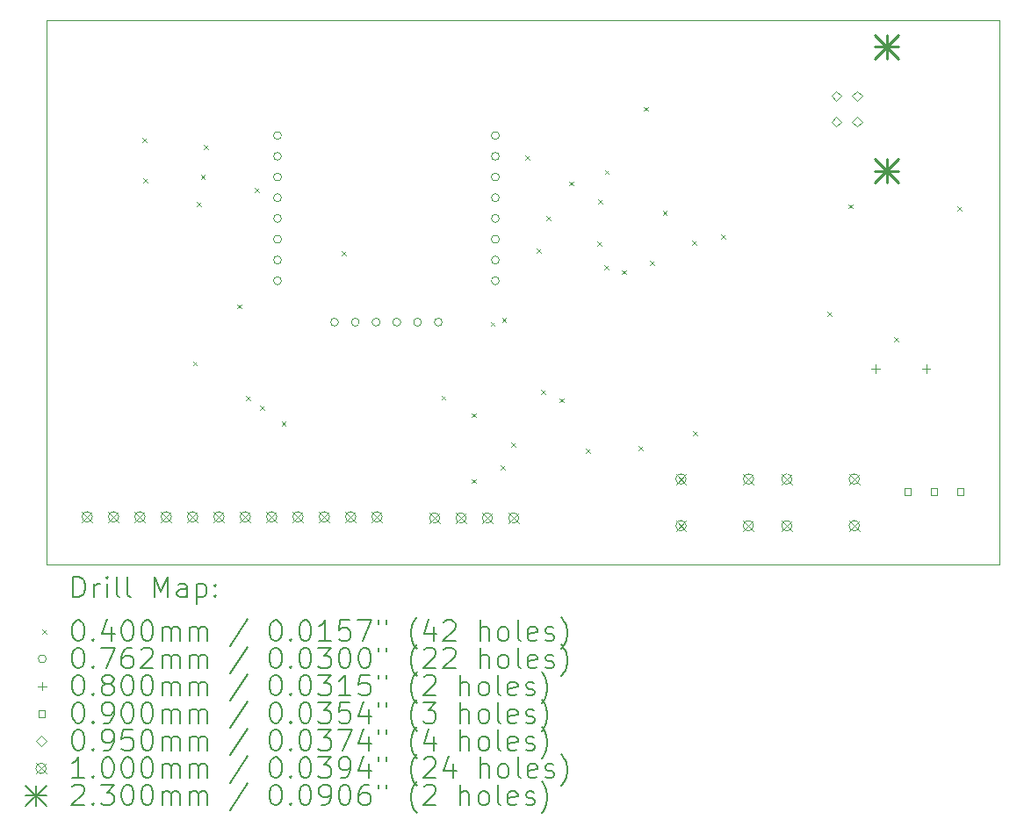
<source format=gbr>
%TF.GenerationSoftware,KiCad,Pcbnew,7.0.6*%
%TF.CreationDate,2024-04-30T14:13:11+02:00*%
%TF.ProjectId,esp_prog,6573705f-7072-46f6-972e-6b696361645f,rev?*%
%TF.SameCoordinates,Original*%
%TF.FileFunction,Drillmap*%
%TF.FilePolarity,Positive*%
%FSLAX45Y45*%
G04 Gerber Fmt 4.5, Leading zero omitted, Abs format (unit mm)*
G04 Created by KiCad (PCBNEW 7.0.6) date 2024-04-30 14:13:11*
%MOMM*%
%LPD*%
G01*
G04 APERTURE LIST*
%ADD10C,0.100000*%
%ADD11C,0.200000*%
%ADD12C,0.040000*%
%ADD13C,0.076200*%
%ADD14C,0.080000*%
%ADD15C,0.090000*%
%ADD16C,0.095000*%
%ADD17C,0.230000*%
G04 APERTURE END LIST*
D10*
X9430000Y-7510000D02*
X18615000Y-7510000D01*
X18615000Y-12760000D01*
X9430000Y-12760000D01*
X9430000Y-7510000D01*
D11*
D12*
X10355000Y-8645000D02*
X10395000Y-8685000D01*
X10395000Y-8645000D02*
X10355000Y-8685000D01*
X10360000Y-9035000D02*
X10400000Y-9075000D01*
X10400000Y-9035000D02*
X10360000Y-9075000D01*
X10840000Y-10800000D02*
X10880000Y-10840000D01*
X10880000Y-10800000D02*
X10840000Y-10840000D01*
X10880000Y-9265000D02*
X10920000Y-9305000D01*
X10920000Y-9265000D02*
X10880000Y-9305000D01*
X10915000Y-9000000D02*
X10955000Y-9040000D01*
X10955000Y-9000000D02*
X10915000Y-9040000D01*
X10945000Y-8715000D02*
X10985000Y-8755000D01*
X10985000Y-8715000D02*
X10945000Y-8755000D01*
X11265000Y-10250000D02*
X11305000Y-10290000D01*
X11305000Y-10250000D02*
X11265000Y-10290000D01*
X11350000Y-11135000D02*
X11390000Y-11175000D01*
X11390000Y-11135000D02*
X11350000Y-11175000D01*
X11435000Y-9130000D02*
X11475000Y-9170000D01*
X11475000Y-9130000D02*
X11435000Y-9170000D01*
X11485000Y-11230000D02*
X11525000Y-11270000D01*
X11525000Y-11230000D02*
X11485000Y-11270000D01*
X11695000Y-11380000D02*
X11735000Y-11420000D01*
X11735000Y-11380000D02*
X11695000Y-11420000D01*
X12275000Y-9740000D02*
X12315000Y-9780000D01*
X12315000Y-9740000D02*
X12275000Y-9780000D01*
X13235000Y-11130000D02*
X13275000Y-11170000D01*
X13275000Y-11130000D02*
X13235000Y-11170000D01*
X13525000Y-11300000D02*
X13565000Y-11340000D01*
X13565000Y-11300000D02*
X13525000Y-11340000D01*
X13530000Y-11935000D02*
X13570000Y-11975000D01*
X13570000Y-11935000D02*
X13530000Y-11975000D01*
X13710000Y-10420000D02*
X13750000Y-10460000D01*
X13750000Y-10420000D02*
X13710000Y-10460000D01*
X13805000Y-11805000D02*
X13845000Y-11845000D01*
X13845000Y-11805000D02*
X13805000Y-11845000D01*
X13820000Y-10380000D02*
X13860000Y-10420000D01*
X13860000Y-10380000D02*
X13820000Y-10420000D01*
X13910000Y-11585000D02*
X13950000Y-11625000D01*
X13950000Y-11585000D02*
X13910000Y-11625000D01*
X14045000Y-8815000D02*
X14085000Y-8855000D01*
X14085000Y-8815000D02*
X14045000Y-8855000D01*
X14155000Y-9710000D02*
X14195000Y-9750000D01*
X14195000Y-9710000D02*
X14155000Y-9750000D01*
X14195000Y-11075000D02*
X14235000Y-11115000D01*
X14235000Y-11075000D02*
X14195000Y-11115000D01*
X14250000Y-9400000D02*
X14290000Y-9440000D01*
X14290000Y-9400000D02*
X14250000Y-9440000D01*
X14375000Y-11155000D02*
X14415000Y-11195000D01*
X14415000Y-11155000D02*
X14375000Y-11195000D01*
X14465000Y-9065000D02*
X14505000Y-9105000D01*
X14505000Y-9065000D02*
X14465000Y-9105000D01*
X14630000Y-11640000D02*
X14670000Y-11680000D01*
X14670000Y-11640000D02*
X14630000Y-11680000D01*
X14740000Y-9645000D02*
X14780000Y-9685000D01*
X14780000Y-9645000D02*
X14740000Y-9685000D01*
X14745000Y-9240000D02*
X14785000Y-9280000D01*
X14785000Y-9240000D02*
X14745000Y-9280000D01*
X14805000Y-9875000D02*
X14845000Y-9915000D01*
X14845000Y-9875000D02*
X14805000Y-9915000D01*
X14810000Y-8955000D02*
X14850000Y-8995000D01*
X14850000Y-8955000D02*
X14810000Y-8995000D01*
X14975000Y-9920000D02*
X15015000Y-9960000D01*
X15015000Y-9920000D02*
X14975000Y-9960000D01*
X15135000Y-11615000D02*
X15175000Y-11655000D01*
X15175000Y-11615000D02*
X15135000Y-11655000D01*
X15190000Y-8345000D02*
X15230000Y-8385000D01*
X15230000Y-8345000D02*
X15190000Y-8385000D01*
X15245000Y-9830000D02*
X15285000Y-9870000D01*
X15285000Y-9830000D02*
X15245000Y-9870000D01*
X15370000Y-9350000D02*
X15410000Y-9390000D01*
X15410000Y-9350000D02*
X15370000Y-9390000D01*
X15655000Y-9635000D02*
X15695000Y-9675000D01*
X15695000Y-9635000D02*
X15655000Y-9675000D01*
X15660000Y-11475000D02*
X15700000Y-11515000D01*
X15700000Y-11475000D02*
X15660000Y-11515000D01*
X15930000Y-9575000D02*
X15970000Y-9615000D01*
X15970000Y-9575000D02*
X15930000Y-9615000D01*
X16955000Y-10320000D02*
X16995000Y-10360000D01*
X16995000Y-10320000D02*
X16955000Y-10360000D01*
X17160000Y-9285000D02*
X17200000Y-9325000D01*
X17200000Y-9285000D02*
X17160000Y-9325000D01*
X17600000Y-10570000D02*
X17640000Y-10610000D01*
X17640000Y-10570000D02*
X17600000Y-10610000D01*
X18210000Y-9305000D02*
X18250000Y-9345000D01*
X18250000Y-9305000D02*
X18210000Y-9345000D01*
D13*
X11693100Y-8621850D02*
G75*
G03*
X11693100Y-8621850I-38100J0D01*
G01*
X11693100Y-8821850D02*
G75*
G03*
X11693100Y-8821850I-38100J0D01*
G01*
X11693100Y-9021850D02*
G75*
G03*
X11693100Y-9021850I-38100J0D01*
G01*
X11693100Y-9221850D02*
G75*
G03*
X11693100Y-9221850I-38100J0D01*
G01*
X11693100Y-9421850D02*
G75*
G03*
X11693100Y-9421850I-38100J0D01*
G01*
X11693100Y-9621850D02*
G75*
G03*
X11693100Y-9621850I-38100J0D01*
G01*
X11693100Y-9821850D02*
G75*
G03*
X11693100Y-9821850I-38100J0D01*
G01*
X11693100Y-10021850D02*
G75*
G03*
X11693100Y-10021850I-38100J0D01*
G01*
X12243100Y-10421850D02*
G75*
G03*
X12243100Y-10421850I-38100J0D01*
G01*
X12443100Y-10421850D02*
G75*
G03*
X12443100Y-10421850I-38100J0D01*
G01*
X12643100Y-10421850D02*
G75*
G03*
X12643100Y-10421850I-38100J0D01*
G01*
X12843100Y-10421850D02*
G75*
G03*
X12843100Y-10421850I-38100J0D01*
G01*
X13043100Y-10421850D02*
G75*
G03*
X13043100Y-10421850I-38100J0D01*
G01*
X13243100Y-10421850D02*
G75*
G03*
X13243100Y-10421850I-38100J0D01*
G01*
X13793100Y-8621850D02*
G75*
G03*
X13793100Y-8621850I-38100J0D01*
G01*
X13793100Y-8821850D02*
G75*
G03*
X13793100Y-8821850I-38100J0D01*
G01*
X13793100Y-9021850D02*
G75*
G03*
X13793100Y-9021850I-38100J0D01*
G01*
X13793100Y-9221850D02*
G75*
G03*
X13793100Y-9221850I-38100J0D01*
G01*
X13793100Y-9421850D02*
G75*
G03*
X13793100Y-9421850I-38100J0D01*
G01*
X13793100Y-9621850D02*
G75*
G03*
X13793100Y-9621850I-38100J0D01*
G01*
X13793100Y-9821850D02*
G75*
G03*
X13793100Y-9821850I-38100J0D01*
G01*
X13793100Y-10021850D02*
G75*
G03*
X13793100Y-10021850I-38100J0D01*
G01*
D14*
X17422000Y-10830000D02*
X17422000Y-10910000D01*
X17382000Y-10870000D02*
X17462000Y-10870000D01*
X17910000Y-10830000D02*
X17910000Y-10910000D01*
X17870000Y-10870000D02*
X17950000Y-10870000D01*
D15*
X17762820Y-12089320D02*
X17762820Y-12025680D01*
X17699180Y-12025680D01*
X17699180Y-12089320D01*
X17762820Y-12089320D01*
X18016820Y-12089320D02*
X18016820Y-12025680D01*
X17953180Y-12025680D01*
X17953180Y-12089320D01*
X18016820Y-12089320D01*
X18270820Y-12089320D02*
X18270820Y-12025680D01*
X18207180Y-12025680D01*
X18207180Y-12089320D01*
X18270820Y-12089320D01*
D16*
X17044000Y-8287500D02*
X17091500Y-8240000D01*
X17044000Y-8192500D01*
X16996500Y-8240000D01*
X17044000Y-8287500D01*
X17044000Y-8537500D02*
X17091500Y-8490000D01*
X17044000Y-8442500D01*
X16996500Y-8490000D01*
X17044000Y-8537500D01*
X17244000Y-8287500D02*
X17291500Y-8240000D01*
X17244000Y-8192500D01*
X17196500Y-8240000D01*
X17244000Y-8287500D01*
X17244000Y-8537500D02*
X17291500Y-8490000D01*
X17244000Y-8442500D01*
X17196500Y-8490000D01*
X17244000Y-8537500D01*
D10*
X9770000Y-12250000D02*
X9870000Y-12350000D01*
X9870000Y-12250000D02*
X9770000Y-12350000D01*
X9870000Y-12300000D02*
G75*
G03*
X9870000Y-12300000I-50000J0D01*
G01*
X10024000Y-12250000D02*
X10124000Y-12350000D01*
X10124000Y-12250000D02*
X10024000Y-12350000D01*
X10124000Y-12300000D02*
G75*
G03*
X10124000Y-12300000I-50000J0D01*
G01*
X10278000Y-12250000D02*
X10378000Y-12350000D01*
X10378000Y-12250000D02*
X10278000Y-12350000D01*
X10378000Y-12300000D02*
G75*
G03*
X10378000Y-12300000I-50000J0D01*
G01*
X10532000Y-12250000D02*
X10632000Y-12350000D01*
X10632000Y-12250000D02*
X10532000Y-12350000D01*
X10632000Y-12300000D02*
G75*
G03*
X10632000Y-12300000I-50000J0D01*
G01*
X10786000Y-12250000D02*
X10886000Y-12350000D01*
X10886000Y-12250000D02*
X10786000Y-12350000D01*
X10886000Y-12300000D02*
G75*
G03*
X10886000Y-12300000I-50000J0D01*
G01*
X11040000Y-12250000D02*
X11140000Y-12350000D01*
X11140000Y-12250000D02*
X11040000Y-12350000D01*
X11140000Y-12300000D02*
G75*
G03*
X11140000Y-12300000I-50000J0D01*
G01*
X11294000Y-12250000D02*
X11394000Y-12350000D01*
X11394000Y-12250000D02*
X11294000Y-12350000D01*
X11394000Y-12300000D02*
G75*
G03*
X11394000Y-12300000I-50000J0D01*
G01*
X11548000Y-12250000D02*
X11648000Y-12350000D01*
X11648000Y-12250000D02*
X11548000Y-12350000D01*
X11648000Y-12300000D02*
G75*
G03*
X11648000Y-12300000I-50000J0D01*
G01*
X11802000Y-12250000D02*
X11902000Y-12350000D01*
X11902000Y-12250000D02*
X11802000Y-12350000D01*
X11902000Y-12300000D02*
G75*
G03*
X11902000Y-12300000I-50000J0D01*
G01*
X12056000Y-12250000D02*
X12156000Y-12350000D01*
X12156000Y-12250000D02*
X12056000Y-12350000D01*
X12156000Y-12300000D02*
G75*
G03*
X12156000Y-12300000I-50000J0D01*
G01*
X12310000Y-12250000D02*
X12410000Y-12350000D01*
X12410000Y-12250000D02*
X12310000Y-12350000D01*
X12410000Y-12300000D02*
G75*
G03*
X12410000Y-12300000I-50000J0D01*
G01*
X12564000Y-12250000D02*
X12664000Y-12350000D01*
X12664000Y-12250000D02*
X12564000Y-12350000D01*
X12664000Y-12300000D02*
G75*
G03*
X12664000Y-12300000I-50000J0D01*
G01*
X13120000Y-12260000D02*
X13220000Y-12360000D01*
X13220000Y-12260000D02*
X13120000Y-12360000D01*
X13220000Y-12310000D02*
G75*
G03*
X13220000Y-12310000I-50000J0D01*
G01*
X13374000Y-12260000D02*
X13474000Y-12360000D01*
X13474000Y-12260000D02*
X13374000Y-12360000D01*
X13474000Y-12310000D02*
G75*
G03*
X13474000Y-12310000I-50000J0D01*
G01*
X13628000Y-12260000D02*
X13728000Y-12360000D01*
X13728000Y-12260000D02*
X13628000Y-12360000D01*
X13728000Y-12310000D02*
G75*
G03*
X13728000Y-12310000I-50000J0D01*
G01*
X13882000Y-12260000D02*
X13982000Y-12360000D01*
X13982000Y-12260000D02*
X13882000Y-12360000D01*
X13982000Y-12310000D02*
G75*
G03*
X13982000Y-12310000I-50000J0D01*
G01*
X15495000Y-11885000D02*
X15595000Y-11985000D01*
X15595000Y-11885000D02*
X15495000Y-11985000D01*
X15595000Y-11935000D02*
G75*
G03*
X15595000Y-11935000I-50000J0D01*
G01*
X15495000Y-12335000D02*
X15595000Y-12435000D01*
X15595000Y-12335000D02*
X15495000Y-12435000D01*
X15595000Y-12385000D02*
G75*
G03*
X15595000Y-12385000I-50000J0D01*
G01*
X16145000Y-11885000D02*
X16245000Y-11985000D01*
X16245000Y-11885000D02*
X16145000Y-11985000D01*
X16245000Y-11935000D02*
G75*
G03*
X16245000Y-11935000I-50000J0D01*
G01*
X16145000Y-12335000D02*
X16245000Y-12435000D01*
X16245000Y-12335000D02*
X16145000Y-12435000D01*
X16245000Y-12385000D02*
G75*
G03*
X16245000Y-12385000I-50000J0D01*
G01*
X16515000Y-11885000D02*
X16615000Y-11985000D01*
X16615000Y-11885000D02*
X16515000Y-11985000D01*
X16615000Y-11935000D02*
G75*
G03*
X16615000Y-11935000I-50000J0D01*
G01*
X16515000Y-12335000D02*
X16615000Y-12435000D01*
X16615000Y-12335000D02*
X16515000Y-12435000D01*
X16615000Y-12385000D02*
G75*
G03*
X16615000Y-12385000I-50000J0D01*
G01*
X17165000Y-11885000D02*
X17265000Y-11985000D01*
X17265000Y-11885000D02*
X17165000Y-11985000D01*
X17265000Y-11935000D02*
G75*
G03*
X17265000Y-11935000I-50000J0D01*
G01*
X17165000Y-12335000D02*
X17265000Y-12435000D01*
X17265000Y-12335000D02*
X17165000Y-12435000D01*
X17265000Y-12385000D02*
G75*
G03*
X17265000Y-12385000I-50000J0D01*
G01*
D17*
X17415000Y-7650000D02*
X17645000Y-7880000D01*
X17645000Y-7650000D02*
X17415000Y-7880000D01*
X17530000Y-7650000D02*
X17530000Y-7880000D01*
X17415000Y-7765000D02*
X17645000Y-7765000D01*
X17415000Y-8850000D02*
X17645000Y-9080000D01*
X17645000Y-8850000D02*
X17415000Y-9080000D01*
X17530000Y-8850000D02*
X17530000Y-9080000D01*
X17415000Y-8965000D02*
X17645000Y-8965000D01*
D11*
X9685777Y-13076484D02*
X9685777Y-12876484D01*
X9685777Y-12876484D02*
X9733396Y-12876484D01*
X9733396Y-12876484D02*
X9761967Y-12886008D01*
X9761967Y-12886008D02*
X9781015Y-12905055D01*
X9781015Y-12905055D02*
X9790539Y-12924103D01*
X9790539Y-12924103D02*
X9800063Y-12962198D01*
X9800063Y-12962198D02*
X9800063Y-12990769D01*
X9800063Y-12990769D02*
X9790539Y-13028865D01*
X9790539Y-13028865D02*
X9781015Y-13047912D01*
X9781015Y-13047912D02*
X9761967Y-13066960D01*
X9761967Y-13066960D02*
X9733396Y-13076484D01*
X9733396Y-13076484D02*
X9685777Y-13076484D01*
X9885777Y-13076484D02*
X9885777Y-12943150D01*
X9885777Y-12981246D02*
X9895301Y-12962198D01*
X9895301Y-12962198D02*
X9904824Y-12952674D01*
X9904824Y-12952674D02*
X9923872Y-12943150D01*
X9923872Y-12943150D02*
X9942920Y-12943150D01*
X10009586Y-13076484D02*
X10009586Y-12943150D01*
X10009586Y-12876484D02*
X10000063Y-12886008D01*
X10000063Y-12886008D02*
X10009586Y-12895531D01*
X10009586Y-12895531D02*
X10019110Y-12886008D01*
X10019110Y-12886008D02*
X10009586Y-12876484D01*
X10009586Y-12876484D02*
X10009586Y-12895531D01*
X10133396Y-13076484D02*
X10114348Y-13066960D01*
X10114348Y-13066960D02*
X10104824Y-13047912D01*
X10104824Y-13047912D02*
X10104824Y-12876484D01*
X10238158Y-13076484D02*
X10219110Y-13066960D01*
X10219110Y-13066960D02*
X10209586Y-13047912D01*
X10209586Y-13047912D02*
X10209586Y-12876484D01*
X10466729Y-13076484D02*
X10466729Y-12876484D01*
X10466729Y-12876484D02*
X10533396Y-13019341D01*
X10533396Y-13019341D02*
X10600063Y-12876484D01*
X10600063Y-12876484D02*
X10600063Y-13076484D01*
X10781015Y-13076484D02*
X10781015Y-12971722D01*
X10781015Y-12971722D02*
X10771491Y-12952674D01*
X10771491Y-12952674D02*
X10752444Y-12943150D01*
X10752444Y-12943150D02*
X10714348Y-12943150D01*
X10714348Y-12943150D02*
X10695301Y-12952674D01*
X10781015Y-13066960D02*
X10761967Y-13076484D01*
X10761967Y-13076484D02*
X10714348Y-13076484D01*
X10714348Y-13076484D02*
X10695301Y-13066960D01*
X10695301Y-13066960D02*
X10685777Y-13047912D01*
X10685777Y-13047912D02*
X10685777Y-13028865D01*
X10685777Y-13028865D02*
X10695301Y-13009817D01*
X10695301Y-13009817D02*
X10714348Y-13000293D01*
X10714348Y-13000293D02*
X10761967Y-13000293D01*
X10761967Y-13000293D02*
X10781015Y-12990769D01*
X10876253Y-12943150D02*
X10876253Y-13143150D01*
X10876253Y-12952674D02*
X10895301Y-12943150D01*
X10895301Y-12943150D02*
X10933396Y-12943150D01*
X10933396Y-12943150D02*
X10952444Y-12952674D01*
X10952444Y-12952674D02*
X10961967Y-12962198D01*
X10961967Y-12962198D02*
X10971491Y-12981246D01*
X10971491Y-12981246D02*
X10971491Y-13038388D01*
X10971491Y-13038388D02*
X10961967Y-13057436D01*
X10961967Y-13057436D02*
X10952444Y-13066960D01*
X10952444Y-13066960D02*
X10933396Y-13076484D01*
X10933396Y-13076484D02*
X10895301Y-13076484D01*
X10895301Y-13076484D02*
X10876253Y-13066960D01*
X11057205Y-13057436D02*
X11066729Y-13066960D01*
X11066729Y-13066960D02*
X11057205Y-13076484D01*
X11057205Y-13076484D02*
X11047682Y-13066960D01*
X11047682Y-13066960D02*
X11057205Y-13057436D01*
X11057205Y-13057436D02*
X11057205Y-13076484D01*
X11057205Y-12952674D02*
X11066729Y-12962198D01*
X11066729Y-12962198D02*
X11057205Y-12971722D01*
X11057205Y-12971722D02*
X11047682Y-12962198D01*
X11047682Y-12962198D02*
X11057205Y-12952674D01*
X11057205Y-12952674D02*
X11057205Y-12971722D01*
D12*
X9385000Y-13385000D02*
X9425000Y-13425000D01*
X9425000Y-13385000D02*
X9385000Y-13425000D01*
D11*
X9723872Y-13296484D02*
X9742920Y-13296484D01*
X9742920Y-13296484D02*
X9761967Y-13306008D01*
X9761967Y-13306008D02*
X9771491Y-13315531D01*
X9771491Y-13315531D02*
X9781015Y-13334579D01*
X9781015Y-13334579D02*
X9790539Y-13372674D01*
X9790539Y-13372674D02*
X9790539Y-13420293D01*
X9790539Y-13420293D02*
X9781015Y-13458388D01*
X9781015Y-13458388D02*
X9771491Y-13477436D01*
X9771491Y-13477436D02*
X9761967Y-13486960D01*
X9761967Y-13486960D02*
X9742920Y-13496484D01*
X9742920Y-13496484D02*
X9723872Y-13496484D01*
X9723872Y-13496484D02*
X9704824Y-13486960D01*
X9704824Y-13486960D02*
X9695301Y-13477436D01*
X9695301Y-13477436D02*
X9685777Y-13458388D01*
X9685777Y-13458388D02*
X9676253Y-13420293D01*
X9676253Y-13420293D02*
X9676253Y-13372674D01*
X9676253Y-13372674D02*
X9685777Y-13334579D01*
X9685777Y-13334579D02*
X9695301Y-13315531D01*
X9695301Y-13315531D02*
X9704824Y-13306008D01*
X9704824Y-13306008D02*
X9723872Y-13296484D01*
X9876253Y-13477436D02*
X9885777Y-13486960D01*
X9885777Y-13486960D02*
X9876253Y-13496484D01*
X9876253Y-13496484D02*
X9866729Y-13486960D01*
X9866729Y-13486960D02*
X9876253Y-13477436D01*
X9876253Y-13477436D02*
X9876253Y-13496484D01*
X10057205Y-13363150D02*
X10057205Y-13496484D01*
X10009586Y-13286960D02*
X9961967Y-13429817D01*
X9961967Y-13429817D02*
X10085777Y-13429817D01*
X10200063Y-13296484D02*
X10219110Y-13296484D01*
X10219110Y-13296484D02*
X10238158Y-13306008D01*
X10238158Y-13306008D02*
X10247682Y-13315531D01*
X10247682Y-13315531D02*
X10257205Y-13334579D01*
X10257205Y-13334579D02*
X10266729Y-13372674D01*
X10266729Y-13372674D02*
X10266729Y-13420293D01*
X10266729Y-13420293D02*
X10257205Y-13458388D01*
X10257205Y-13458388D02*
X10247682Y-13477436D01*
X10247682Y-13477436D02*
X10238158Y-13486960D01*
X10238158Y-13486960D02*
X10219110Y-13496484D01*
X10219110Y-13496484D02*
X10200063Y-13496484D01*
X10200063Y-13496484D02*
X10181015Y-13486960D01*
X10181015Y-13486960D02*
X10171491Y-13477436D01*
X10171491Y-13477436D02*
X10161967Y-13458388D01*
X10161967Y-13458388D02*
X10152444Y-13420293D01*
X10152444Y-13420293D02*
X10152444Y-13372674D01*
X10152444Y-13372674D02*
X10161967Y-13334579D01*
X10161967Y-13334579D02*
X10171491Y-13315531D01*
X10171491Y-13315531D02*
X10181015Y-13306008D01*
X10181015Y-13306008D02*
X10200063Y-13296484D01*
X10390539Y-13296484D02*
X10409586Y-13296484D01*
X10409586Y-13296484D02*
X10428634Y-13306008D01*
X10428634Y-13306008D02*
X10438158Y-13315531D01*
X10438158Y-13315531D02*
X10447682Y-13334579D01*
X10447682Y-13334579D02*
X10457205Y-13372674D01*
X10457205Y-13372674D02*
X10457205Y-13420293D01*
X10457205Y-13420293D02*
X10447682Y-13458388D01*
X10447682Y-13458388D02*
X10438158Y-13477436D01*
X10438158Y-13477436D02*
X10428634Y-13486960D01*
X10428634Y-13486960D02*
X10409586Y-13496484D01*
X10409586Y-13496484D02*
X10390539Y-13496484D01*
X10390539Y-13496484D02*
X10371491Y-13486960D01*
X10371491Y-13486960D02*
X10361967Y-13477436D01*
X10361967Y-13477436D02*
X10352444Y-13458388D01*
X10352444Y-13458388D02*
X10342920Y-13420293D01*
X10342920Y-13420293D02*
X10342920Y-13372674D01*
X10342920Y-13372674D02*
X10352444Y-13334579D01*
X10352444Y-13334579D02*
X10361967Y-13315531D01*
X10361967Y-13315531D02*
X10371491Y-13306008D01*
X10371491Y-13306008D02*
X10390539Y-13296484D01*
X10542920Y-13496484D02*
X10542920Y-13363150D01*
X10542920Y-13382198D02*
X10552444Y-13372674D01*
X10552444Y-13372674D02*
X10571491Y-13363150D01*
X10571491Y-13363150D02*
X10600063Y-13363150D01*
X10600063Y-13363150D02*
X10619110Y-13372674D01*
X10619110Y-13372674D02*
X10628634Y-13391722D01*
X10628634Y-13391722D02*
X10628634Y-13496484D01*
X10628634Y-13391722D02*
X10638158Y-13372674D01*
X10638158Y-13372674D02*
X10657205Y-13363150D01*
X10657205Y-13363150D02*
X10685777Y-13363150D01*
X10685777Y-13363150D02*
X10704825Y-13372674D01*
X10704825Y-13372674D02*
X10714348Y-13391722D01*
X10714348Y-13391722D02*
X10714348Y-13496484D01*
X10809586Y-13496484D02*
X10809586Y-13363150D01*
X10809586Y-13382198D02*
X10819110Y-13372674D01*
X10819110Y-13372674D02*
X10838158Y-13363150D01*
X10838158Y-13363150D02*
X10866729Y-13363150D01*
X10866729Y-13363150D02*
X10885777Y-13372674D01*
X10885777Y-13372674D02*
X10895301Y-13391722D01*
X10895301Y-13391722D02*
X10895301Y-13496484D01*
X10895301Y-13391722D02*
X10904825Y-13372674D01*
X10904825Y-13372674D02*
X10923872Y-13363150D01*
X10923872Y-13363150D02*
X10952444Y-13363150D01*
X10952444Y-13363150D02*
X10971491Y-13372674D01*
X10971491Y-13372674D02*
X10981015Y-13391722D01*
X10981015Y-13391722D02*
X10981015Y-13496484D01*
X11371491Y-13286960D02*
X11200063Y-13544103D01*
X11628634Y-13296484D02*
X11647682Y-13296484D01*
X11647682Y-13296484D02*
X11666729Y-13306008D01*
X11666729Y-13306008D02*
X11676253Y-13315531D01*
X11676253Y-13315531D02*
X11685777Y-13334579D01*
X11685777Y-13334579D02*
X11695301Y-13372674D01*
X11695301Y-13372674D02*
X11695301Y-13420293D01*
X11695301Y-13420293D02*
X11685777Y-13458388D01*
X11685777Y-13458388D02*
X11676253Y-13477436D01*
X11676253Y-13477436D02*
X11666729Y-13486960D01*
X11666729Y-13486960D02*
X11647682Y-13496484D01*
X11647682Y-13496484D02*
X11628634Y-13496484D01*
X11628634Y-13496484D02*
X11609586Y-13486960D01*
X11609586Y-13486960D02*
X11600063Y-13477436D01*
X11600063Y-13477436D02*
X11590539Y-13458388D01*
X11590539Y-13458388D02*
X11581015Y-13420293D01*
X11581015Y-13420293D02*
X11581015Y-13372674D01*
X11581015Y-13372674D02*
X11590539Y-13334579D01*
X11590539Y-13334579D02*
X11600063Y-13315531D01*
X11600063Y-13315531D02*
X11609586Y-13306008D01*
X11609586Y-13306008D02*
X11628634Y-13296484D01*
X11781015Y-13477436D02*
X11790539Y-13486960D01*
X11790539Y-13486960D02*
X11781015Y-13496484D01*
X11781015Y-13496484D02*
X11771491Y-13486960D01*
X11771491Y-13486960D02*
X11781015Y-13477436D01*
X11781015Y-13477436D02*
X11781015Y-13496484D01*
X11914348Y-13296484D02*
X11933396Y-13296484D01*
X11933396Y-13296484D02*
X11952444Y-13306008D01*
X11952444Y-13306008D02*
X11961967Y-13315531D01*
X11961967Y-13315531D02*
X11971491Y-13334579D01*
X11971491Y-13334579D02*
X11981015Y-13372674D01*
X11981015Y-13372674D02*
X11981015Y-13420293D01*
X11981015Y-13420293D02*
X11971491Y-13458388D01*
X11971491Y-13458388D02*
X11961967Y-13477436D01*
X11961967Y-13477436D02*
X11952444Y-13486960D01*
X11952444Y-13486960D02*
X11933396Y-13496484D01*
X11933396Y-13496484D02*
X11914348Y-13496484D01*
X11914348Y-13496484D02*
X11895301Y-13486960D01*
X11895301Y-13486960D02*
X11885777Y-13477436D01*
X11885777Y-13477436D02*
X11876253Y-13458388D01*
X11876253Y-13458388D02*
X11866729Y-13420293D01*
X11866729Y-13420293D02*
X11866729Y-13372674D01*
X11866729Y-13372674D02*
X11876253Y-13334579D01*
X11876253Y-13334579D02*
X11885777Y-13315531D01*
X11885777Y-13315531D02*
X11895301Y-13306008D01*
X11895301Y-13306008D02*
X11914348Y-13296484D01*
X12171491Y-13496484D02*
X12057206Y-13496484D01*
X12114348Y-13496484D02*
X12114348Y-13296484D01*
X12114348Y-13296484D02*
X12095301Y-13325055D01*
X12095301Y-13325055D02*
X12076253Y-13344103D01*
X12076253Y-13344103D02*
X12057206Y-13353627D01*
X12352444Y-13296484D02*
X12257206Y-13296484D01*
X12257206Y-13296484D02*
X12247682Y-13391722D01*
X12247682Y-13391722D02*
X12257206Y-13382198D01*
X12257206Y-13382198D02*
X12276253Y-13372674D01*
X12276253Y-13372674D02*
X12323872Y-13372674D01*
X12323872Y-13372674D02*
X12342920Y-13382198D01*
X12342920Y-13382198D02*
X12352444Y-13391722D01*
X12352444Y-13391722D02*
X12361967Y-13410769D01*
X12361967Y-13410769D02*
X12361967Y-13458388D01*
X12361967Y-13458388D02*
X12352444Y-13477436D01*
X12352444Y-13477436D02*
X12342920Y-13486960D01*
X12342920Y-13486960D02*
X12323872Y-13496484D01*
X12323872Y-13496484D02*
X12276253Y-13496484D01*
X12276253Y-13496484D02*
X12257206Y-13486960D01*
X12257206Y-13486960D02*
X12247682Y-13477436D01*
X12428634Y-13296484D02*
X12561967Y-13296484D01*
X12561967Y-13296484D02*
X12476253Y-13496484D01*
X12628634Y-13296484D02*
X12628634Y-13334579D01*
X12704825Y-13296484D02*
X12704825Y-13334579D01*
X13000063Y-13572674D02*
X12990539Y-13563150D01*
X12990539Y-13563150D02*
X12971491Y-13534579D01*
X12971491Y-13534579D02*
X12961968Y-13515531D01*
X12961968Y-13515531D02*
X12952444Y-13486960D01*
X12952444Y-13486960D02*
X12942920Y-13439341D01*
X12942920Y-13439341D02*
X12942920Y-13401246D01*
X12942920Y-13401246D02*
X12952444Y-13353627D01*
X12952444Y-13353627D02*
X12961968Y-13325055D01*
X12961968Y-13325055D02*
X12971491Y-13306008D01*
X12971491Y-13306008D02*
X12990539Y-13277436D01*
X12990539Y-13277436D02*
X13000063Y-13267912D01*
X13161968Y-13363150D02*
X13161968Y-13496484D01*
X13114348Y-13286960D02*
X13066729Y-13429817D01*
X13066729Y-13429817D02*
X13190539Y-13429817D01*
X13257206Y-13315531D02*
X13266729Y-13306008D01*
X13266729Y-13306008D02*
X13285777Y-13296484D01*
X13285777Y-13296484D02*
X13333396Y-13296484D01*
X13333396Y-13296484D02*
X13352444Y-13306008D01*
X13352444Y-13306008D02*
X13361968Y-13315531D01*
X13361968Y-13315531D02*
X13371491Y-13334579D01*
X13371491Y-13334579D02*
X13371491Y-13353627D01*
X13371491Y-13353627D02*
X13361968Y-13382198D01*
X13361968Y-13382198D02*
X13247682Y-13496484D01*
X13247682Y-13496484D02*
X13371491Y-13496484D01*
X13609587Y-13496484D02*
X13609587Y-13296484D01*
X13695301Y-13496484D02*
X13695301Y-13391722D01*
X13695301Y-13391722D02*
X13685777Y-13372674D01*
X13685777Y-13372674D02*
X13666730Y-13363150D01*
X13666730Y-13363150D02*
X13638158Y-13363150D01*
X13638158Y-13363150D02*
X13619110Y-13372674D01*
X13619110Y-13372674D02*
X13609587Y-13382198D01*
X13819110Y-13496484D02*
X13800063Y-13486960D01*
X13800063Y-13486960D02*
X13790539Y-13477436D01*
X13790539Y-13477436D02*
X13781015Y-13458388D01*
X13781015Y-13458388D02*
X13781015Y-13401246D01*
X13781015Y-13401246D02*
X13790539Y-13382198D01*
X13790539Y-13382198D02*
X13800063Y-13372674D01*
X13800063Y-13372674D02*
X13819110Y-13363150D01*
X13819110Y-13363150D02*
X13847682Y-13363150D01*
X13847682Y-13363150D02*
X13866730Y-13372674D01*
X13866730Y-13372674D02*
X13876253Y-13382198D01*
X13876253Y-13382198D02*
X13885777Y-13401246D01*
X13885777Y-13401246D02*
X13885777Y-13458388D01*
X13885777Y-13458388D02*
X13876253Y-13477436D01*
X13876253Y-13477436D02*
X13866730Y-13486960D01*
X13866730Y-13486960D02*
X13847682Y-13496484D01*
X13847682Y-13496484D02*
X13819110Y-13496484D01*
X14000063Y-13496484D02*
X13981015Y-13486960D01*
X13981015Y-13486960D02*
X13971491Y-13467912D01*
X13971491Y-13467912D02*
X13971491Y-13296484D01*
X14152444Y-13486960D02*
X14133396Y-13496484D01*
X14133396Y-13496484D02*
X14095301Y-13496484D01*
X14095301Y-13496484D02*
X14076253Y-13486960D01*
X14076253Y-13486960D02*
X14066730Y-13467912D01*
X14066730Y-13467912D02*
X14066730Y-13391722D01*
X14066730Y-13391722D02*
X14076253Y-13372674D01*
X14076253Y-13372674D02*
X14095301Y-13363150D01*
X14095301Y-13363150D02*
X14133396Y-13363150D01*
X14133396Y-13363150D02*
X14152444Y-13372674D01*
X14152444Y-13372674D02*
X14161968Y-13391722D01*
X14161968Y-13391722D02*
X14161968Y-13410769D01*
X14161968Y-13410769D02*
X14066730Y-13429817D01*
X14238158Y-13486960D02*
X14257206Y-13496484D01*
X14257206Y-13496484D02*
X14295301Y-13496484D01*
X14295301Y-13496484D02*
X14314349Y-13486960D01*
X14314349Y-13486960D02*
X14323872Y-13467912D01*
X14323872Y-13467912D02*
X14323872Y-13458388D01*
X14323872Y-13458388D02*
X14314349Y-13439341D01*
X14314349Y-13439341D02*
X14295301Y-13429817D01*
X14295301Y-13429817D02*
X14266730Y-13429817D01*
X14266730Y-13429817D02*
X14247682Y-13420293D01*
X14247682Y-13420293D02*
X14238158Y-13401246D01*
X14238158Y-13401246D02*
X14238158Y-13391722D01*
X14238158Y-13391722D02*
X14247682Y-13372674D01*
X14247682Y-13372674D02*
X14266730Y-13363150D01*
X14266730Y-13363150D02*
X14295301Y-13363150D01*
X14295301Y-13363150D02*
X14314349Y-13372674D01*
X14390539Y-13572674D02*
X14400063Y-13563150D01*
X14400063Y-13563150D02*
X14419111Y-13534579D01*
X14419111Y-13534579D02*
X14428634Y-13515531D01*
X14428634Y-13515531D02*
X14438158Y-13486960D01*
X14438158Y-13486960D02*
X14447682Y-13439341D01*
X14447682Y-13439341D02*
X14447682Y-13401246D01*
X14447682Y-13401246D02*
X14438158Y-13353627D01*
X14438158Y-13353627D02*
X14428634Y-13325055D01*
X14428634Y-13325055D02*
X14419111Y-13306008D01*
X14419111Y-13306008D02*
X14400063Y-13277436D01*
X14400063Y-13277436D02*
X14390539Y-13267912D01*
D13*
X9425000Y-13669000D02*
G75*
G03*
X9425000Y-13669000I-38100J0D01*
G01*
D11*
X9723872Y-13560484D02*
X9742920Y-13560484D01*
X9742920Y-13560484D02*
X9761967Y-13570008D01*
X9761967Y-13570008D02*
X9771491Y-13579531D01*
X9771491Y-13579531D02*
X9781015Y-13598579D01*
X9781015Y-13598579D02*
X9790539Y-13636674D01*
X9790539Y-13636674D02*
X9790539Y-13684293D01*
X9790539Y-13684293D02*
X9781015Y-13722388D01*
X9781015Y-13722388D02*
X9771491Y-13741436D01*
X9771491Y-13741436D02*
X9761967Y-13750960D01*
X9761967Y-13750960D02*
X9742920Y-13760484D01*
X9742920Y-13760484D02*
X9723872Y-13760484D01*
X9723872Y-13760484D02*
X9704824Y-13750960D01*
X9704824Y-13750960D02*
X9695301Y-13741436D01*
X9695301Y-13741436D02*
X9685777Y-13722388D01*
X9685777Y-13722388D02*
X9676253Y-13684293D01*
X9676253Y-13684293D02*
X9676253Y-13636674D01*
X9676253Y-13636674D02*
X9685777Y-13598579D01*
X9685777Y-13598579D02*
X9695301Y-13579531D01*
X9695301Y-13579531D02*
X9704824Y-13570008D01*
X9704824Y-13570008D02*
X9723872Y-13560484D01*
X9876253Y-13741436D02*
X9885777Y-13750960D01*
X9885777Y-13750960D02*
X9876253Y-13760484D01*
X9876253Y-13760484D02*
X9866729Y-13750960D01*
X9866729Y-13750960D02*
X9876253Y-13741436D01*
X9876253Y-13741436D02*
X9876253Y-13760484D01*
X9952444Y-13560484D02*
X10085777Y-13560484D01*
X10085777Y-13560484D02*
X10000063Y-13760484D01*
X10247682Y-13560484D02*
X10209586Y-13560484D01*
X10209586Y-13560484D02*
X10190539Y-13570008D01*
X10190539Y-13570008D02*
X10181015Y-13579531D01*
X10181015Y-13579531D02*
X10161967Y-13608103D01*
X10161967Y-13608103D02*
X10152444Y-13646198D01*
X10152444Y-13646198D02*
X10152444Y-13722388D01*
X10152444Y-13722388D02*
X10161967Y-13741436D01*
X10161967Y-13741436D02*
X10171491Y-13750960D01*
X10171491Y-13750960D02*
X10190539Y-13760484D01*
X10190539Y-13760484D02*
X10228634Y-13760484D01*
X10228634Y-13760484D02*
X10247682Y-13750960D01*
X10247682Y-13750960D02*
X10257205Y-13741436D01*
X10257205Y-13741436D02*
X10266729Y-13722388D01*
X10266729Y-13722388D02*
X10266729Y-13674769D01*
X10266729Y-13674769D02*
X10257205Y-13655722D01*
X10257205Y-13655722D02*
X10247682Y-13646198D01*
X10247682Y-13646198D02*
X10228634Y-13636674D01*
X10228634Y-13636674D02*
X10190539Y-13636674D01*
X10190539Y-13636674D02*
X10171491Y-13646198D01*
X10171491Y-13646198D02*
X10161967Y-13655722D01*
X10161967Y-13655722D02*
X10152444Y-13674769D01*
X10342920Y-13579531D02*
X10352444Y-13570008D01*
X10352444Y-13570008D02*
X10371491Y-13560484D01*
X10371491Y-13560484D02*
X10419110Y-13560484D01*
X10419110Y-13560484D02*
X10438158Y-13570008D01*
X10438158Y-13570008D02*
X10447682Y-13579531D01*
X10447682Y-13579531D02*
X10457205Y-13598579D01*
X10457205Y-13598579D02*
X10457205Y-13617627D01*
X10457205Y-13617627D02*
X10447682Y-13646198D01*
X10447682Y-13646198D02*
X10333396Y-13760484D01*
X10333396Y-13760484D02*
X10457205Y-13760484D01*
X10542920Y-13760484D02*
X10542920Y-13627150D01*
X10542920Y-13646198D02*
X10552444Y-13636674D01*
X10552444Y-13636674D02*
X10571491Y-13627150D01*
X10571491Y-13627150D02*
X10600063Y-13627150D01*
X10600063Y-13627150D02*
X10619110Y-13636674D01*
X10619110Y-13636674D02*
X10628634Y-13655722D01*
X10628634Y-13655722D02*
X10628634Y-13760484D01*
X10628634Y-13655722D02*
X10638158Y-13636674D01*
X10638158Y-13636674D02*
X10657205Y-13627150D01*
X10657205Y-13627150D02*
X10685777Y-13627150D01*
X10685777Y-13627150D02*
X10704825Y-13636674D01*
X10704825Y-13636674D02*
X10714348Y-13655722D01*
X10714348Y-13655722D02*
X10714348Y-13760484D01*
X10809586Y-13760484D02*
X10809586Y-13627150D01*
X10809586Y-13646198D02*
X10819110Y-13636674D01*
X10819110Y-13636674D02*
X10838158Y-13627150D01*
X10838158Y-13627150D02*
X10866729Y-13627150D01*
X10866729Y-13627150D02*
X10885777Y-13636674D01*
X10885777Y-13636674D02*
X10895301Y-13655722D01*
X10895301Y-13655722D02*
X10895301Y-13760484D01*
X10895301Y-13655722D02*
X10904825Y-13636674D01*
X10904825Y-13636674D02*
X10923872Y-13627150D01*
X10923872Y-13627150D02*
X10952444Y-13627150D01*
X10952444Y-13627150D02*
X10971491Y-13636674D01*
X10971491Y-13636674D02*
X10981015Y-13655722D01*
X10981015Y-13655722D02*
X10981015Y-13760484D01*
X11371491Y-13550960D02*
X11200063Y-13808103D01*
X11628634Y-13560484D02*
X11647682Y-13560484D01*
X11647682Y-13560484D02*
X11666729Y-13570008D01*
X11666729Y-13570008D02*
X11676253Y-13579531D01*
X11676253Y-13579531D02*
X11685777Y-13598579D01*
X11685777Y-13598579D02*
X11695301Y-13636674D01*
X11695301Y-13636674D02*
X11695301Y-13684293D01*
X11695301Y-13684293D02*
X11685777Y-13722388D01*
X11685777Y-13722388D02*
X11676253Y-13741436D01*
X11676253Y-13741436D02*
X11666729Y-13750960D01*
X11666729Y-13750960D02*
X11647682Y-13760484D01*
X11647682Y-13760484D02*
X11628634Y-13760484D01*
X11628634Y-13760484D02*
X11609586Y-13750960D01*
X11609586Y-13750960D02*
X11600063Y-13741436D01*
X11600063Y-13741436D02*
X11590539Y-13722388D01*
X11590539Y-13722388D02*
X11581015Y-13684293D01*
X11581015Y-13684293D02*
X11581015Y-13636674D01*
X11581015Y-13636674D02*
X11590539Y-13598579D01*
X11590539Y-13598579D02*
X11600063Y-13579531D01*
X11600063Y-13579531D02*
X11609586Y-13570008D01*
X11609586Y-13570008D02*
X11628634Y-13560484D01*
X11781015Y-13741436D02*
X11790539Y-13750960D01*
X11790539Y-13750960D02*
X11781015Y-13760484D01*
X11781015Y-13760484D02*
X11771491Y-13750960D01*
X11771491Y-13750960D02*
X11781015Y-13741436D01*
X11781015Y-13741436D02*
X11781015Y-13760484D01*
X11914348Y-13560484D02*
X11933396Y-13560484D01*
X11933396Y-13560484D02*
X11952444Y-13570008D01*
X11952444Y-13570008D02*
X11961967Y-13579531D01*
X11961967Y-13579531D02*
X11971491Y-13598579D01*
X11971491Y-13598579D02*
X11981015Y-13636674D01*
X11981015Y-13636674D02*
X11981015Y-13684293D01*
X11981015Y-13684293D02*
X11971491Y-13722388D01*
X11971491Y-13722388D02*
X11961967Y-13741436D01*
X11961967Y-13741436D02*
X11952444Y-13750960D01*
X11952444Y-13750960D02*
X11933396Y-13760484D01*
X11933396Y-13760484D02*
X11914348Y-13760484D01*
X11914348Y-13760484D02*
X11895301Y-13750960D01*
X11895301Y-13750960D02*
X11885777Y-13741436D01*
X11885777Y-13741436D02*
X11876253Y-13722388D01*
X11876253Y-13722388D02*
X11866729Y-13684293D01*
X11866729Y-13684293D02*
X11866729Y-13636674D01*
X11866729Y-13636674D02*
X11876253Y-13598579D01*
X11876253Y-13598579D02*
X11885777Y-13579531D01*
X11885777Y-13579531D02*
X11895301Y-13570008D01*
X11895301Y-13570008D02*
X11914348Y-13560484D01*
X12047682Y-13560484D02*
X12171491Y-13560484D01*
X12171491Y-13560484D02*
X12104825Y-13636674D01*
X12104825Y-13636674D02*
X12133396Y-13636674D01*
X12133396Y-13636674D02*
X12152444Y-13646198D01*
X12152444Y-13646198D02*
X12161967Y-13655722D01*
X12161967Y-13655722D02*
X12171491Y-13674769D01*
X12171491Y-13674769D02*
X12171491Y-13722388D01*
X12171491Y-13722388D02*
X12161967Y-13741436D01*
X12161967Y-13741436D02*
X12152444Y-13750960D01*
X12152444Y-13750960D02*
X12133396Y-13760484D01*
X12133396Y-13760484D02*
X12076253Y-13760484D01*
X12076253Y-13760484D02*
X12057206Y-13750960D01*
X12057206Y-13750960D02*
X12047682Y-13741436D01*
X12295301Y-13560484D02*
X12314348Y-13560484D01*
X12314348Y-13560484D02*
X12333396Y-13570008D01*
X12333396Y-13570008D02*
X12342920Y-13579531D01*
X12342920Y-13579531D02*
X12352444Y-13598579D01*
X12352444Y-13598579D02*
X12361967Y-13636674D01*
X12361967Y-13636674D02*
X12361967Y-13684293D01*
X12361967Y-13684293D02*
X12352444Y-13722388D01*
X12352444Y-13722388D02*
X12342920Y-13741436D01*
X12342920Y-13741436D02*
X12333396Y-13750960D01*
X12333396Y-13750960D02*
X12314348Y-13760484D01*
X12314348Y-13760484D02*
X12295301Y-13760484D01*
X12295301Y-13760484D02*
X12276253Y-13750960D01*
X12276253Y-13750960D02*
X12266729Y-13741436D01*
X12266729Y-13741436D02*
X12257206Y-13722388D01*
X12257206Y-13722388D02*
X12247682Y-13684293D01*
X12247682Y-13684293D02*
X12247682Y-13636674D01*
X12247682Y-13636674D02*
X12257206Y-13598579D01*
X12257206Y-13598579D02*
X12266729Y-13579531D01*
X12266729Y-13579531D02*
X12276253Y-13570008D01*
X12276253Y-13570008D02*
X12295301Y-13560484D01*
X12485777Y-13560484D02*
X12504825Y-13560484D01*
X12504825Y-13560484D02*
X12523872Y-13570008D01*
X12523872Y-13570008D02*
X12533396Y-13579531D01*
X12533396Y-13579531D02*
X12542920Y-13598579D01*
X12542920Y-13598579D02*
X12552444Y-13636674D01*
X12552444Y-13636674D02*
X12552444Y-13684293D01*
X12552444Y-13684293D02*
X12542920Y-13722388D01*
X12542920Y-13722388D02*
X12533396Y-13741436D01*
X12533396Y-13741436D02*
X12523872Y-13750960D01*
X12523872Y-13750960D02*
X12504825Y-13760484D01*
X12504825Y-13760484D02*
X12485777Y-13760484D01*
X12485777Y-13760484D02*
X12466729Y-13750960D01*
X12466729Y-13750960D02*
X12457206Y-13741436D01*
X12457206Y-13741436D02*
X12447682Y-13722388D01*
X12447682Y-13722388D02*
X12438158Y-13684293D01*
X12438158Y-13684293D02*
X12438158Y-13636674D01*
X12438158Y-13636674D02*
X12447682Y-13598579D01*
X12447682Y-13598579D02*
X12457206Y-13579531D01*
X12457206Y-13579531D02*
X12466729Y-13570008D01*
X12466729Y-13570008D02*
X12485777Y-13560484D01*
X12628634Y-13560484D02*
X12628634Y-13598579D01*
X12704825Y-13560484D02*
X12704825Y-13598579D01*
X13000063Y-13836674D02*
X12990539Y-13827150D01*
X12990539Y-13827150D02*
X12971491Y-13798579D01*
X12971491Y-13798579D02*
X12961968Y-13779531D01*
X12961968Y-13779531D02*
X12952444Y-13750960D01*
X12952444Y-13750960D02*
X12942920Y-13703341D01*
X12942920Y-13703341D02*
X12942920Y-13665246D01*
X12942920Y-13665246D02*
X12952444Y-13617627D01*
X12952444Y-13617627D02*
X12961968Y-13589055D01*
X12961968Y-13589055D02*
X12971491Y-13570008D01*
X12971491Y-13570008D02*
X12990539Y-13541436D01*
X12990539Y-13541436D02*
X13000063Y-13531912D01*
X13066729Y-13579531D02*
X13076253Y-13570008D01*
X13076253Y-13570008D02*
X13095301Y-13560484D01*
X13095301Y-13560484D02*
X13142920Y-13560484D01*
X13142920Y-13560484D02*
X13161968Y-13570008D01*
X13161968Y-13570008D02*
X13171491Y-13579531D01*
X13171491Y-13579531D02*
X13181015Y-13598579D01*
X13181015Y-13598579D02*
X13181015Y-13617627D01*
X13181015Y-13617627D02*
X13171491Y-13646198D01*
X13171491Y-13646198D02*
X13057206Y-13760484D01*
X13057206Y-13760484D02*
X13181015Y-13760484D01*
X13257206Y-13579531D02*
X13266729Y-13570008D01*
X13266729Y-13570008D02*
X13285777Y-13560484D01*
X13285777Y-13560484D02*
X13333396Y-13560484D01*
X13333396Y-13560484D02*
X13352444Y-13570008D01*
X13352444Y-13570008D02*
X13361968Y-13579531D01*
X13361968Y-13579531D02*
X13371491Y-13598579D01*
X13371491Y-13598579D02*
X13371491Y-13617627D01*
X13371491Y-13617627D02*
X13361968Y-13646198D01*
X13361968Y-13646198D02*
X13247682Y-13760484D01*
X13247682Y-13760484D02*
X13371491Y-13760484D01*
X13609587Y-13760484D02*
X13609587Y-13560484D01*
X13695301Y-13760484D02*
X13695301Y-13655722D01*
X13695301Y-13655722D02*
X13685777Y-13636674D01*
X13685777Y-13636674D02*
X13666730Y-13627150D01*
X13666730Y-13627150D02*
X13638158Y-13627150D01*
X13638158Y-13627150D02*
X13619110Y-13636674D01*
X13619110Y-13636674D02*
X13609587Y-13646198D01*
X13819110Y-13760484D02*
X13800063Y-13750960D01*
X13800063Y-13750960D02*
X13790539Y-13741436D01*
X13790539Y-13741436D02*
X13781015Y-13722388D01*
X13781015Y-13722388D02*
X13781015Y-13665246D01*
X13781015Y-13665246D02*
X13790539Y-13646198D01*
X13790539Y-13646198D02*
X13800063Y-13636674D01*
X13800063Y-13636674D02*
X13819110Y-13627150D01*
X13819110Y-13627150D02*
X13847682Y-13627150D01*
X13847682Y-13627150D02*
X13866730Y-13636674D01*
X13866730Y-13636674D02*
X13876253Y-13646198D01*
X13876253Y-13646198D02*
X13885777Y-13665246D01*
X13885777Y-13665246D02*
X13885777Y-13722388D01*
X13885777Y-13722388D02*
X13876253Y-13741436D01*
X13876253Y-13741436D02*
X13866730Y-13750960D01*
X13866730Y-13750960D02*
X13847682Y-13760484D01*
X13847682Y-13760484D02*
X13819110Y-13760484D01*
X14000063Y-13760484D02*
X13981015Y-13750960D01*
X13981015Y-13750960D02*
X13971491Y-13731912D01*
X13971491Y-13731912D02*
X13971491Y-13560484D01*
X14152444Y-13750960D02*
X14133396Y-13760484D01*
X14133396Y-13760484D02*
X14095301Y-13760484D01*
X14095301Y-13760484D02*
X14076253Y-13750960D01*
X14076253Y-13750960D02*
X14066730Y-13731912D01*
X14066730Y-13731912D02*
X14066730Y-13655722D01*
X14066730Y-13655722D02*
X14076253Y-13636674D01*
X14076253Y-13636674D02*
X14095301Y-13627150D01*
X14095301Y-13627150D02*
X14133396Y-13627150D01*
X14133396Y-13627150D02*
X14152444Y-13636674D01*
X14152444Y-13636674D02*
X14161968Y-13655722D01*
X14161968Y-13655722D02*
X14161968Y-13674769D01*
X14161968Y-13674769D02*
X14066730Y-13693817D01*
X14238158Y-13750960D02*
X14257206Y-13760484D01*
X14257206Y-13760484D02*
X14295301Y-13760484D01*
X14295301Y-13760484D02*
X14314349Y-13750960D01*
X14314349Y-13750960D02*
X14323872Y-13731912D01*
X14323872Y-13731912D02*
X14323872Y-13722388D01*
X14323872Y-13722388D02*
X14314349Y-13703341D01*
X14314349Y-13703341D02*
X14295301Y-13693817D01*
X14295301Y-13693817D02*
X14266730Y-13693817D01*
X14266730Y-13693817D02*
X14247682Y-13684293D01*
X14247682Y-13684293D02*
X14238158Y-13665246D01*
X14238158Y-13665246D02*
X14238158Y-13655722D01*
X14238158Y-13655722D02*
X14247682Y-13636674D01*
X14247682Y-13636674D02*
X14266730Y-13627150D01*
X14266730Y-13627150D02*
X14295301Y-13627150D01*
X14295301Y-13627150D02*
X14314349Y-13636674D01*
X14390539Y-13836674D02*
X14400063Y-13827150D01*
X14400063Y-13827150D02*
X14419111Y-13798579D01*
X14419111Y-13798579D02*
X14428634Y-13779531D01*
X14428634Y-13779531D02*
X14438158Y-13750960D01*
X14438158Y-13750960D02*
X14447682Y-13703341D01*
X14447682Y-13703341D02*
X14447682Y-13665246D01*
X14447682Y-13665246D02*
X14438158Y-13617627D01*
X14438158Y-13617627D02*
X14428634Y-13589055D01*
X14428634Y-13589055D02*
X14419111Y-13570008D01*
X14419111Y-13570008D02*
X14400063Y-13541436D01*
X14400063Y-13541436D02*
X14390539Y-13531912D01*
D14*
X9385000Y-13893000D02*
X9385000Y-13973000D01*
X9345000Y-13933000D02*
X9425000Y-13933000D01*
D11*
X9723872Y-13824484D02*
X9742920Y-13824484D01*
X9742920Y-13824484D02*
X9761967Y-13834008D01*
X9761967Y-13834008D02*
X9771491Y-13843531D01*
X9771491Y-13843531D02*
X9781015Y-13862579D01*
X9781015Y-13862579D02*
X9790539Y-13900674D01*
X9790539Y-13900674D02*
X9790539Y-13948293D01*
X9790539Y-13948293D02*
X9781015Y-13986388D01*
X9781015Y-13986388D02*
X9771491Y-14005436D01*
X9771491Y-14005436D02*
X9761967Y-14014960D01*
X9761967Y-14014960D02*
X9742920Y-14024484D01*
X9742920Y-14024484D02*
X9723872Y-14024484D01*
X9723872Y-14024484D02*
X9704824Y-14014960D01*
X9704824Y-14014960D02*
X9695301Y-14005436D01*
X9695301Y-14005436D02*
X9685777Y-13986388D01*
X9685777Y-13986388D02*
X9676253Y-13948293D01*
X9676253Y-13948293D02*
X9676253Y-13900674D01*
X9676253Y-13900674D02*
X9685777Y-13862579D01*
X9685777Y-13862579D02*
X9695301Y-13843531D01*
X9695301Y-13843531D02*
X9704824Y-13834008D01*
X9704824Y-13834008D02*
X9723872Y-13824484D01*
X9876253Y-14005436D02*
X9885777Y-14014960D01*
X9885777Y-14014960D02*
X9876253Y-14024484D01*
X9876253Y-14024484D02*
X9866729Y-14014960D01*
X9866729Y-14014960D02*
X9876253Y-14005436D01*
X9876253Y-14005436D02*
X9876253Y-14024484D01*
X10000063Y-13910198D02*
X9981015Y-13900674D01*
X9981015Y-13900674D02*
X9971491Y-13891150D01*
X9971491Y-13891150D02*
X9961967Y-13872103D01*
X9961967Y-13872103D02*
X9961967Y-13862579D01*
X9961967Y-13862579D02*
X9971491Y-13843531D01*
X9971491Y-13843531D02*
X9981015Y-13834008D01*
X9981015Y-13834008D02*
X10000063Y-13824484D01*
X10000063Y-13824484D02*
X10038158Y-13824484D01*
X10038158Y-13824484D02*
X10057205Y-13834008D01*
X10057205Y-13834008D02*
X10066729Y-13843531D01*
X10066729Y-13843531D02*
X10076253Y-13862579D01*
X10076253Y-13862579D02*
X10076253Y-13872103D01*
X10076253Y-13872103D02*
X10066729Y-13891150D01*
X10066729Y-13891150D02*
X10057205Y-13900674D01*
X10057205Y-13900674D02*
X10038158Y-13910198D01*
X10038158Y-13910198D02*
X10000063Y-13910198D01*
X10000063Y-13910198D02*
X9981015Y-13919722D01*
X9981015Y-13919722D02*
X9971491Y-13929246D01*
X9971491Y-13929246D02*
X9961967Y-13948293D01*
X9961967Y-13948293D02*
X9961967Y-13986388D01*
X9961967Y-13986388D02*
X9971491Y-14005436D01*
X9971491Y-14005436D02*
X9981015Y-14014960D01*
X9981015Y-14014960D02*
X10000063Y-14024484D01*
X10000063Y-14024484D02*
X10038158Y-14024484D01*
X10038158Y-14024484D02*
X10057205Y-14014960D01*
X10057205Y-14014960D02*
X10066729Y-14005436D01*
X10066729Y-14005436D02*
X10076253Y-13986388D01*
X10076253Y-13986388D02*
X10076253Y-13948293D01*
X10076253Y-13948293D02*
X10066729Y-13929246D01*
X10066729Y-13929246D02*
X10057205Y-13919722D01*
X10057205Y-13919722D02*
X10038158Y-13910198D01*
X10200063Y-13824484D02*
X10219110Y-13824484D01*
X10219110Y-13824484D02*
X10238158Y-13834008D01*
X10238158Y-13834008D02*
X10247682Y-13843531D01*
X10247682Y-13843531D02*
X10257205Y-13862579D01*
X10257205Y-13862579D02*
X10266729Y-13900674D01*
X10266729Y-13900674D02*
X10266729Y-13948293D01*
X10266729Y-13948293D02*
X10257205Y-13986388D01*
X10257205Y-13986388D02*
X10247682Y-14005436D01*
X10247682Y-14005436D02*
X10238158Y-14014960D01*
X10238158Y-14014960D02*
X10219110Y-14024484D01*
X10219110Y-14024484D02*
X10200063Y-14024484D01*
X10200063Y-14024484D02*
X10181015Y-14014960D01*
X10181015Y-14014960D02*
X10171491Y-14005436D01*
X10171491Y-14005436D02*
X10161967Y-13986388D01*
X10161967Y-13986388D02*
X10152444Y-13948293D01*
X10152444Y-13948293D02*
X10152444Y-13900674D01*
X10152444Y-13900674D02*
X10161967Y-13862579D01*
X10161967Y-13862579D02*
X10171491Y-13843531D01*
X10171491Y-13843531D02*
X10181015Y-13834008D01*
X10181015Y-13834008D02*
X10200063Y-13824484D01*
X10390539Y-13824484D02*
X10409586Y-13824484D01*
X10409586Y-13824484D02*
X10428634Y-13834008D01*
X10428634Y-13834008D02*
X10438158Y-13843531D01*
X10438158Y-13843531D02*
X10447682Y-13862579D01*
X10447682Y-13862579D02*
X10457205Y-13900674D01*
X10457205Y-13900674D02*
X10457205Y-13948293D01*
X10457205Y-13948293D02*
X10447682Y-13986388D01*
X10447682Y-13986388D02*
X10438158Y-14005436D01*
X10438158Y-14005436D02*
X10428634Y-14014960D01*
X10428634Y-14014960D02*
X10409586Y-14024484D01*
X10409586Y-14024484D02*
X10390539Y-14024484D01*
X10390539Y-14024484D02*
X10371491Y-14014960D01*
X10371491Y-14014960D02*
X10361967Y-14005436D01*
X10361967Y-14005436D02*
X10352444Y-13986388D01*
X10352444Y-13986388D02*
X10342920Y-13948293D01*
X10342920Y-13948293D02*
X10342920Y-13900674D01*
X10342920Y-13900674D02*
X10352444Y-13862579D01*
X10352444Y-13862579D02*
X10361967Y-13843531D01*
X10361967Y-13843531D02*
X10371491Y-13834008D01*
X10371491Y-13834008D02*
X10390539Y-13824484D01*
X10542920Y-14024484D02*
X10542920Y-13891150D01*
X10542920Y-13910198D02*
X10552444Y-13900674D01*
X10552444Y-13900674D02*
X10571491Y-13891150D01*
X10571491Y-13891150D02*
X10600063Y-13891150D01*
X10600063Y-13891150D02*
X10619110Y-13900674D01*
X10619110Y-13900674D02*
X10628634Y-13919722D01*
X10628634Y-13919722D02*
X10628634Y-14024484D01*
X10628634Y-13919722D02*
X10638158Y-13900674D01*
X10638158Y-13900674D02*
X10657205Y-13891150D01*
X10657205Y-13891150D02*
X10685777Y-13891150D01*
X10685777Y-13891150D02*
X10704825Y-13900674D01*
X10704825Y-13900674D02*
X10714348Y-13919722D01*
X10714348Y-13919722D02*
X10714348Y-14024484D01*
X10809586Y-14024484D02*
X10809586Y-13891150D01*
X10809586Y-13910198D02*
X10819110Y-13900674D01*
X10819110Y-13900674D02*
X10838158Y-13891150D01*
X10838158Y-13891150D02*
X10866729Y-13891150D01*
X10866729Y-13891150D02*
X10885777Y-13900674D01*
X10885777Y-13900674D02*
X10895301Y-13919722D01*
X10895301Y-13919722D02*
X10895301Y-14024484D01*
X10895301Y-13919722D02*
X10904825Y-13900674D01*
X10904825Y-13900674D02*
X10923872Y-13891150D01*
X10923872Y-13891150D02*
X10952444Y-13891150D01*
X10952444Y-13891150D02*
X10971491Y-13900674D01*
X10971491Y-13900674D02*
X10981015Y-13919722D01*
X10981015Y-13919722D02*
X10981015Y-14024484D01*
X11371491Y-13814960D02*
X11200063Y-14072103D01*
X11628634Y-13824484D02*
X11647682Y-13824484D01*
X11647682Y-13824484D02*
X11666729Y-13834008D01*
X11666729Y-13834008D02*
X11676253Y-13843531D01*
X11676253Y-13843531D02*
X11685777Y-13862579D01*
X11685777Y-13862579D02*
X11695301Y-13900674D01*
X11695301Y-13900674D02*
X11695301Y-13948293D01*
X11695301Y-13948293D02*
X11685777Y-13986388D01*
X11685777Y-13986388D02*
X11676253Y-14005436D01*
X11676253Y-14005436D02*
X11666729Y-14014960D01*
X11666729Y-14014960D02*
X11647682Y-14024484D01*
X11647682Y-14024484D02*
X11628634Y-14024484D01*
X11628634Y-14024484D02*
X11609586Y-14014960D01*
X11609586Y-14014960D02*
X11600063Y-14005436D01*
X11600063Y-14005436D02*
X11590539Y-13986388D01*
X11590539Y-13986388D02*
X11581015Y-13948293D01*
X11581015Y-13948293D02*
X11581015Y-13900674D01*
X11581015Y-13900674D02*
X11590539Y-13862579D01*
X11590539Y-13862579D02*
X11600063Y-13843531D01*
X11600063Y-13843531D02*
X11609586Y-13834008D01*
X11609586Y-13834008D02*
X11628634Y-13824484D01*
X11781015Y-14005436D02*
X11790539Y-14014960D01*
X11790539Y-14014960D02*
X11781015Y-14024484D01*
X11781015Y-14024484D02*
X11771491Y-14014960D01*
X11771491Y-14014960D02*
X11781015Y-14005436D01*
X11781015Y-14005436D02*
X11781015Y-14024484D01*
X11914348Y-13824484D02*
X11933396Y-13824484D01*
X11933396Y-13824484D02*
X11952444Y-13834008D01*
X11952444Y-13834008D02*
X11961967Y-13843531D01*
X11961967Y-13843531D02*
X11971491Y-13862579D01*
X11971491Y-13862579D02*
X11981015Y-13900674D01*
X11981015Y-13900674D02*
X11981015Y-13948293D01*
X11981015Y-13948293D02*
X11971491Y-13986388D01*
X11971491Y-13986388D02*
X11961967Y-14005436D01*
X11961967Y-14005436D02*
X11952444Y-14014960D01*
X11952444Y-14014960D02*
X11933396Y-14024484D01*
X11933396Y-14024484D02*
X11914348Y-14024484D01*
X11914348Y-14024484D02*
X11895301Y-14014960D01*
X11895301Y-14014960D02*
X11885777Y-14005436D01*
X11885777Y-14005436D02*
X11876253Y-13986388D01*
X11876253Y-13986388D02*
X11866729Y-13948293D01*
X11866729Y-13948293D02*
X11866729Y-13900674D01*
X11866729Y-13900674D02*
X11876253Y-13862579D01*
X11876253Y-13862579D02*
X11885777Y-13843531D01*
X11885777Y-13843531D02*
X11895301Y-13834008D01*
X11895301Y-13834008D02*
X11914348Y-13824484D01*
X12047682Y-13824484D02*
X12171491Y-13824484D01*
X12171491Y-13824484D02*
X12104825Y-13900674D01*
X12104825Y-13900674D02*
X12133396Y-13900674D01*
X12133396Y-13900674D02*
X12152444Y-13910198D01*
X12152444Y-13910198D02*
X12161967Y-13919722D01*
X12161967Y-13919722D02*
X12171491Y-13938769D01*
X12171491Y-13938769D02*
X12171491Y-13986388D01*
X12171491Y-13986388D02*
X12161967Y-14005436D01*
X12161967Y-14005436D02*
X12152444Y-14014960D01*
X12152444Y-14014960D02*
X12133396Y-14024484D01*
X12133396Y-14024484D02*
X12076253Y-14024484D01*
X12076253Y-14024484D02*
X12057206Y-14014960D01*
X12057206Y-14014960D02*
X12047682Y-14005436D01*
X12361967Y-14024484D02*
X12247682Y-14024484D01*
X12304825Y-14024484D02*
X12304825Y-13824484D01*
X12304825Y-13824484D02*
X12285777Y-13853055D01*
X12285777Y-13853055D02*
X12266729Y-13872103D01*
X12266729Y-13872103D02*
X12247682Y-13881627D01*
X12542920Y-13824484D02*
X12447682Y-13824484D01*
X12447682Y-13824484D02*
X12438158Y-13919722D01*
X12438158Y-13919722D02*
X12447682Y-13910198D01*
X12447682Y-13910198D02*
X12466729Y-13900674D01*
X12466729Y-13900674D02*
X12514348Y-13900674D01*
X12514348Y-13900674D02*
X12533396Y-13910198D01*
X12533396Y-13910198D02*
X12542920Y-13919722D01*
X12542920Y-13919722D02*
X12552444Y-13938769D01*
X12552444Y-13938769D02*
X12552444Y-13986388D01*
X12552444Y-13986388D02*
X12542920Y-14005436D01*
X12542920Y-14005436D02*
X12533396Y-14014960D01*
X12533396Y-14014960D02*
X12514348Y-14024484D01*
X12514348Y-14024484D02*
X12466729Y-14024484D01*
X12466729Y-14024484D02*
X12447682Y-14014960D01*
X12447682Y-14014960D02*
X12438158Y-14005436D01*
X12628634Y-13824484D02*
X12628634Y-13862579D01*
X12704825Y-13824484D02*
X12704825Y-13862579D01*
X13000063Y-14100674D02*
X12990539Y-14091150D01*
X12990539Y-14091150D02*
X12971491Y-14062579D01*
X12971491Y-14062579D02*
X12961968Y-14043531D01*
X12961968Y-14043531D02*
X12952444Y-14014960D01*
X12952444Y-14014960D02*
X12942920Y-13967341D01*
X12942920Y-13967341D02*
X12942920Y-13929246D01*
X12942920Y-13929246D02*
X12952444Y-13881627D01*
X12952444Y-13881627D02*
X12961968Y-13853055D01*
X12961968Y-13853055D02*
X12971491Y-13834008D01*
X12971491Y-13834008D02*
X12990539Y-13805436D01*
X12990539Y-13805436D02*
X13000063Y-13795912D01*
X13066729Y-13843531D02*
X13076253Y-13834008D01*
X13076253Y-13834008D02*
X13095301Y-13824484D01*
X13095301Y-13824484D02*
X13142920Y-13824484D01*
X13142920Y-13824484D02*
X13161968Y-13834008D01*
X13161968Y-13834008D02*
X13171491Y-13843531D01*
X13171491Y-13843531D02*
X13181015Y-13862579D01*
X13181015Y-13862579D02*
X13181015Y-13881627D01*
X13181015Y-13881627D02*
X13171491Y-13910198D01*
X13171491Y-13910198D02*
X13057206Y-14024484D01*
X13057206Y-14024484D02*
X13181015Y-14024484D01*
X13419110Y-14024484D02*
X13419110Y-13824484D01*
X13504825Y-14024484D02*
X13504825Y-13919722D01*
X13504825Y-13919722D02*
X13495301Y-13900674D01*
X13495301Y-13900674D02*
X13476253Y-13891150D01*
X13476253Y-13891150D02*
X13447682Y-13891150D01*
X13447682Y-13891150D02*
X13428634Y-13900674D01*
X13428634Y-13900674D02*
X13419110Y-13910198D01*
X13628634Y-14024484D02*
X13609587Y-14014960D01*
X13609587Y-14014960D02*
X13600063Y-14005436D01*
X13600063Y-14005436D02*
X13590539Y-13986388D01*
X13590539Y-13986388D02*
X13590539Y-13929246D01*
X13590539Y-13929246D02*
X13600063Y-13910198D01*
X13600063Y-13910198D02*
X13609587Y-13900674D01*
X13609587Y-13900674D02*
X13628634Y-13891150D01*
X13628634Y-13891150D02*
X13657206Y-13891150D01*
X13657206Y-13891150D02*
X13676253Y-13900674D01*
X13676253Y-13900674D02*
X13685777Y-13910198D01*
X13685777Y-13910198D02*
X13695301Y-13929246D01*
X13695301Y-13929246D02*
X13695301Y-13986388D01*
X13695301Y-13986388D02*
X13685777Y-14005436D01*
X13685777Y-14005436D02*
X13676253Y-14014960D01*
X13676253Y-14014960D02*
X13657206Y-14024484D01*
X13657206Y-14024484D02*
X13628634Y-14024484D01*
X13809587Y-14024484D02*
X13790539Y-14014960D01*
X13790539Y-14014960D02*
X13781015Y-13995912D01*
X13781015Y-13995912D02*
X13781015Y-13824484D01*
X13961968Y-14014960D02*
X13942920Y-14024484D01*
X13942920Y-14024484D02*
X13904825Y-14024484D01*
X13904825Y-14024484D02*
X13885777Y-14014960D01*
X13885777Y-14014960D02*
X13876253Y-13995912D01*
X13876253Y-13995912D02*
X13876253Y-13919722D01*
X13876253Y-13919722D02*
X13885777Y-13900674D01*
X13885777Y-13900674D02*
X13904825Y-13891150D01*
X13904825Y-13891150D02*
X13942920Y-13891150D01*
X13942920Y-13891150D02*
X13961968Y-13900674D01*
X13961968Y-13900674D02*
X13971491Y-13919722D01*
X13971491Y-13919722D02*
X13971491Y-13938769D01*
X13971491Y-13938769D02*
X13876253Y-13957817D01*
X14047682Y-14014960D02*
X14066730Y-14024484D01*
X14066730Y-14024484D02*
X14104825Y-14024484D01*
X14104825Y-14024484D02*
X14123872Y-14014960D01*
X14123872Y-14014960D02*
X14133396Y-13995912D01*
X14133396Y-13995912D02*
X14133396Y-13986388D01*
X14133396Y-13986388D02*
X14123872Y-13967341D01*
X14123872Y-13967341D02*
X14104825Y-13957817D01*
X14104825Y-13957817D02*
X14076253Y-13957817D01*
X14076253Y-13957817D02*
X14057206Y-13948293D01*
X14057206Y-13948293D02*
X14047682Y-13929246D01*
X14047682Y-13929246D02*
X14047682Y-13919722D01*
X14047682Y-13919722D02*
X14057206Y-13900674D01*
X14057206Y-13900674D02*
X14076253Y-13891150D01*
X14076253Y-13891150D02*
X14104825Y-13891150D01*
X14104825Y-13891150D02*
X14123872Y-13900674D01*
X14200063Y-14100674D02*
X14209587Y-14091150D01*
X14209587Y-14091150D02*
X14228634Y-14062579D01*
X14228634Y-14062579D02*
X14238158Y-14043531D01*
X14238158Y-14043531D02*
X14247682Y-14014960D01*
X14247682Y-14014960D02*
X14257206Y-13967341D01*
X14257206Y-13967341D02*
X14257206Y-13929246D01*
X14257206Y-13929246D02*
X14247682Y-13881627D01*
X14247682Y-13881627D02*
X14238158Y-13853055D01*
X14238158Y-13853055D02*
X14228634Y-13834008D01*
X14228634Y-13834008D02*
X14209587Y-13805436D01*
X14209587Y-13805436D02*
X14200063Y-13795912D01*
D15*
X9411820Y-14228820D02*
X9411820Y-14165180D01*
X9348180Y-14165180D01*
X9348180Y-14228820D01*
X9411820Y-14228820D01*
D11*
X9723872Y-14088484D02*
X9742920Y-14088484D01*
X9742920Y-14088484D02*
X9761967Y-14098008D01*
X9761967Y-14098008D02*
X9771491Y-14107531D01*
X9771491Y-14107531D02*
X9781015Y-14126579D01*
X9781015Y-14126579D02*
X9790539Y-14164674D01*
X9790539Y-14164674D02*
X9790539Y-14212293D01*
X9790539Y-14212293D02*
X9781015Y-14250388D01*
X9781015Y-14250388D02*
X9771491Y-14269436D01*
X9771491Y-14269436D02*
X9761967Y-14278960D01*
X9761967Y-14278960D02*
X9742920Y-14288484D01*
X9742920Y-14288484D02*
X9723872Y-14288484D01*
X9723872Y-14288484D02*
X9704824Y-14278960D01*
X9704824Y-14278960D02*
X9695301Y-14269436D01*
X9695301Y-14269436D02*
X9685777Y-14250388D01*
X9685777Y-14250388D02*
X9676253Y-14212293D01*
X9676253Y-14212293D02*
X9676253Y-14164674D01*
X9676253Y-14164674D02*
X9685777Y-14126579D01*
X9685777Y-14126579D02*
X9695301Y-14107531D01*
X9695301Y-14107531D02*
X9704824Y-14098008D01*
X9704824Y-14098008D02*
X9723872Y-14088484D01*
X9876253Y-14269436D02*
X9885777Y-14278960D01*
X9885777Y-14278960D02*
X9876253Y-14288484D01*
X9876253Y-14288484D02*
X9866729Y-14278960D01*
X9866729Y-14278960D02*
X9876253Y-14269436D01*
X9876253Y-14269436D02*
X9876253Y-14288484D01*
X9981015Y-14288484D02*
X10019110Y-14288484D01*
X10019110Y-14288484D02*
X10038158Y-14278960D01*
X10038158Y-14278960D02*
X10047682Y-14269436D01*
X10047682Y-14269436D02*
X10066729Y-14240865D01*
X10066729Y-14240865D02*
X10076253Y-14202769D01*
X10076253Y-14202769D02*
X10076253Y-14126579D01*
X10076253Y-14126579D02*
X10066729Y-14107531D01*
X10066729Y-14107531D02*
X10057205Y-14098008D01*
X10057205Y-14098008D02*
X10038158Y-14088484D01*
X10038158Y-14088484D02*
X10000063Y-14088484D01*
X10000063Y-14088484D02*
X9981015Y-14098008D01*
X9981015Y-14098008D02*
X9971491Y-14107531D01*
X9971491Y-14107531D02*
X9961967Y-14126579D01*
X9961967Y-14126579D02*
X9961967Y-14174198D01*
X9961967Y-14174198D02*
X9971491Y-14193246D01*
X9971491Y-14193246D02*
X9981015Y-14202769D01*
X9981015Y-14202769D02*
X10000063Y-14212293D01*
X10000063Y-14212293D02*
X10038158Y-14212293D01*
X10038158Y-14212293D02*
X10057205Y-14202769D01*
X10057205Y-14202769D02*
X10066729Y-14193246D01*
X10066729Y-14193246D02*
X10076253Y-14174198D01*
X10200063Y-14088484D02*
X10219110Y-14088484D01*
X10219110Y-14088484D02*
X10238158Y-14098008D01*
X10238158Y-14098008D02*
X10247682Y-14107531D01*
X10247682Y-14107531D02*
X10257205Y-14126579D01*
X10257205Y-14126579D02*
X10266729Y-14164674D01*
X10266729Y-14164674D02*
X10266729Y-14212293D01*
X10266729Y-14212293D02*
X10257205Y-14250388D01*
X10257205Y-14250388D02*
X10247682Y-14269436D01*
X10247682Y-14269436D02*
X10238158Y-14278960D01*
X10238158Y-14278960D02*
X10219110Y-14288484D01*
X10219110Y-14288484D02*
X10200063Y-14288484D01*
X10200063Y-14288484D02*
X10181015Y-14278960D01*
X10181015Y-14278960D02*
X10171491Y-14269436D01*
X10171491Y-14269436D02*
X10161967Y-14250388D01*
X10161967Y-14250388D02*
X10152444Y-14212293D01*
X10152444Y-14212293D02*
X10152444Y-14164674D01*
X10152444Y-14164674D02*
X10161967Y-14126579D01*
X10161967Y-14126579D02*
X10171491Y-14107531D01*
X10171491Y-14107531D02*
X10181015Y-14098008D01*
X10181015Y-14098008D02*
X10200063Y-14088484D01*
X10390539Y-14088484D02*
X10409586Y-14088484D01*
X10409586Y-14088484D02*
X10428634Y-14098008D01*
X10428634Y-14098008D02*
X10438158Y-14107531D01*
X10438158Y-14107531D02*
X10447682Y-14126579D01*
X10447682Y-14126579D02*
X10457205Y-14164674D01*
X10457205Y-14164674D02*
X10457205Y-14212293D01*
X10457205Y-14212293D02*
X10447682Y-14250388D01*
X10447682Y-14250388D02*
X10438158Y-14269436D01*
X10438158Y-14269436D02*
X10428634Y-14278960D01*
X10428634Y-14278960D02*
X10409586Y-14288484D01*
X10409586Y-14288484D02*
X10390539Y-14288484D01*
X10390539Y-14288484D02*
X10371491Y-14278960D01*
X10371491Y-14278960D02*
X10361967Y-14269436D01*
X10361967Y-14269436D02*
X10352444Y-14250388D01*
X10352444Y-14250388D02*
X10342920Y-14212293D01*
X10342920Y-14212293D02*
X10342920Y-14164674D01*
X10342920Y-14164674D02*
X10352444Y-14126579D01*
X10352444Y-14126579D02*
X10361967Y-14107531D01*
X10361967Y-14107531D02*
X10371491Y-14098008D01*
X10371491Y-14098008D02*
X10390539Y-14088484D01*
X10542920Y-14288484D02*
X10542920Y-14155150D01*
X10542920Y-14174198D02*
X10552444Y-14164674D01*
X10552444Y-14164674D02*
X10571491Y-14155150D01*
X10571491Y-14155150D02*
X10600063Y-14155150D01*
X10600063Y-14155150D02*
X10619110Y-14164674D01*
X10619110Y-14164674D02*
X10628634Y-14183722D01*
X10628634Y-14183722D02*
X10628634Y-14288484D01*
X10628634Y-14183722D02*
X10638158Y-14164674D01*
X10638158Y-14164674D02*
X10657205Y-14155150D01*
X10657205Y-14155150D02*
X10685777Y-14155150D01*
X10685777Y-14155150D02*
X10704825Y-14164674D01*
X10704825Y-14164674D02*
X10714348Y-14183722D01*
X10714348Y-14183722D02*
X10714348Y-14288484D01*
X10809586Y-14288484D02*
X10809586Y-14155150D01*
X10809586Y-14174198D02*
X10819110Y-14164674D01*
X10819110Y-14164674D02*
X10838158Y-14155150D01*
X10838158Y-14155150D02*
X10866729Y-14155150D01*
X10866729Y-14155150D02*
X10885777Y-14164674D01*
X10885777Y-14164674D02*
X10895301Y-14183722D01*
X10895301Y-14183722D02*
X10895301Y-14288484D01*
X10895301Y-14183722D02*
X10904825Y-14164674D01*
X10904825Y-14164674D02*
X10923872Y-14155150D01*
X10923872Y-14155150D02*
X10952444Y-14155150D01*
X10952444Y-14155150D02*
X10971491Y-14164674D01*
X10971491Y-14164674D02*
X10981015Y-14183722D01*
X10981015Y-14183722D02*
X10981015Y-14288484D01*
X11371491Y-14078960D02*
X11200063Y-14336103D01*
X11628634Y-14088484D02*
X11647682Y-14088484D01*
X11647682Y-14088484D02*
X11666729Y-14098008D01*
X11666729Y-14098008D02*
X11676253Y-14107531D01*
X11676253Y-14107531D02*
X11685777Y-14126579D01*
X11685777Y-14126579D02*
X11695301Y-14164674D01*
X11695301Y-14164674D02*
X11695301Y-14212293D01*
X11695301Y-14212293D02*
X11685777Y-14250388D01*
X11685777Y-14250388D02*
X11676253Y-14269436D01*
X11676253Y-14269436D02*
X11666729Y-14278960D01*
X11666729Y-14278960D02*
X11647682Y-14288484D01*
X11647682Y-14288484D02*
X11628634Y-14288484D01*
X11628634Y-14288484D02*
X11609586Y-14278960D01*
X11609586Y-14278960D02*
X11600063Y-14269436D01*
X11600063Y-14269436D02*
X11590539Y-14250388D01*
X11590539Y-14250388D02*
X11581015Y-14212293D01*
X11581015Y-14212293D02*
X11581015Y-14164674D01*
X11581015Y-14164674D02*
X11590539Y-14126579D01*
X11590539Y-14126579D02*
X11600063Y-14107531D01*
X11600063Y-14107531D02*
X11609586Y-14098008D01*
X11609586Y-14098008D02*
X11628634Y-14088484D01*
X11781015Y-14269436D02*
X11790539Y-14278960D01*
X11790539Y-14278960D02*
X11781015Y-14288484D01*
X11781015Y-14288484D02*
X11771491Y-14278960D01*
X11771491Y-14278960D02*
X11781015Y-14269436D01*
X11781015Y-14269436D02*
X11781015Y-14288484D01*
X11914348Y-14088484D02*
X11933396Y-14088484D01*
X11933396Y-14088484D02*
X11952444Y-14098008D01*
X11952444Y-14098008D02*
X11961967Y-14107531D01*
X11961967Y-14107531D02*
X11971491Y-14126579D01*
X11971491Y-14126579D02*
X11981015Y-14164674D01*
X11981015Y-14164674D02*
X11981015Y-14212293D01*
X11981015Y-14212293D02*
X11971491Y-14250388D01*
X11971491Y-14250388D02*
X11961967Y-14269436D01*
X11961967Y-14269436D02*
X11952444Y-14278960D01*
X11952444Y-14278960D02*
X11933396Y-14288484D01*
X11933396Y-14288484D02*
X11914348Y-14288484D01*
X11914348Y-14288484D02*
X11895301Y-14278960D01*
X11895301Y-14278960D02*
X11885777Y-14269436D01*
X11885777Y-14269436D02*
X11876253Y-14250388D01*
X11876253Y-14250388D02*
X11866729Y-14212293D01*
X11866729Y-14212293D02*
X11866729Y-14164674D01*
X11866729Y-14164674D02*
X11876253Y-14126579D01*
X11876253Y-14126579D02*
X11885777Y-14107531D01*
X11885777Y-14107531D02*
X11895301Y-14098008D01*
X11895301Y-14098008D02*
X11914348Y-14088484D01*
X12047682Y-14088484D02*
X12171491Y-14088484D01*
X12171491Y-14088484D02*
X12104825Y-14164674D01*
X12104825Y-14164674D02*
X12133396Y-14164674D01*
X12133396Y-14164674D02*
X12152444Y-14174198D01*
X12152444Y-14174198D02*
X12161967Y-14183722D01*
X12161967Y-14183722D02*
X12171491Y-14202769D01*
X12171491Y-14202769D02*
X12171491Y-14250388D01*
X12171491Y-14250388D02*
X12161967Y-14269436D01*
X12161967Y-14269436D02*
X12152444Y-14278960D01*
X12152444Y-14278960D02*
X12133396Y-14288484D01*
X12133396Y-14288484D02*
X12076253Y-14288484D01*
X12076253Y-14288484D02*
X12057206Y-14278960D01*
X12057206Y-14278960D02*
X12047682Y-14269436D01*
X12352444Y-14088484D02*
X12257206Y-14088484D01*
X12257206Y-14088484D02*
X12247682Y-14183722D01*
X12247682Y-14183722D02*
X12257206Y-14174198D01*
X12257206Y-14174198D02*
X12276253Y-14164674D01*
X12276253Y-14164674D02*
X12323872Y-14164674D01*
X12323872Y-14164674D02*
X12342920Y-14174198D01*
X12342920Y-14174198D02*
X12352444Y-14183722D01*
X12352444Y-14183722D02*
X12361967Y-14202769D01*
X12361967Y-14202769D02*
X12361967Y-14250388D01*
X12361967Y-14250388D02*
X12352444Y-14269436D01*
X12352444Y-14269436D02*
X12342920Y-14278960D01*
X12342920Y-14278960D02*
X12323872Y-14288484D01*
X12323872Y-14288484D02*
X12276253Y-14288484D01*
X12276253Y-14288484D02*
X12257206Y-14278960D01*
X12257206Y-14278960D02*
X12247682Y-14269436D01*
X12533396Y-14155150D02*
X12533396Y-14288484D01*
X12485777Y-14078960D02*
X12438158Y-14221817D01*
X12438158Y-14221817D02*
X12561967Y-14221817D01*
X12628634Y-14088484D02*
X12628634Y-14126579D01*
X12704825Y-14088484D02*
X12704825Y-14126579D01*
X13000063Y-14364674D02*
X12990539Y-14355150D01*
X12990539Y-14355150D02*
X12971491Y-14326579D01*
X12971491Y-14326579D02*
X12961968Y-14307531D01*
X12961968Y-14307531D02*
X12952444Y-14278960D01*
X12952444Y-14278960D02*
X12942920Y-14231341D01*
X12942920Y-14231341D02*
X12942920Y-14193246D01*
X12942920Y-14193246D02*
X12952444Y-14145627D01*
X12952444Y-14145627D02*
X12961968Y-14117055D01*
X12961968Y-14117055D02*
X12971491Y-14098008D01*
X12971491Y-14098008D02*
X12990539Y-14069436D01*
X12990539Y-14069436D02*
X13000063Y-14059912D01*
X13057206Y-14088484D02*
X13181015Y-14088484D01*
X13181015Y-14088484D02*
X13114348Y-14164674D01*
X13114348Y-14164674D02*
X13142920Y-14164674D01*
X13142920Y-14164674D02*
X13161968Y-14174198D01*
X13161968Y-14174198D02*
X13171491Y-14183722D01*
X13171491Y-14183722D02*
X13181015Y-14202769D01*
X13181015Y-14202769D02*
X13181015Y-14250388D01*
X13181015Y-14250388D02*
X13171491Y-14269436D01*
X13171491Y-14269436D02*
X13161968Y-14278960D01*
X13161968Y-14278960D02*
X13142920Y-14288484D01*
X13142920Y-14288484D02*
X13085777Y-14288484D01*
X13085777Y-14288484D02*
X13066729Y-14278960D01*
X13066729Y-14278960D02*
X13057206Y-14269436D01*
X13419110Y-14288484D02*
X13419110Y-14088484D01*
X13504825Y-14288484D02*
X13504825Y-14183722D01*
X13504825Y-14183722D02*
X13495301Y-14164674D01*
X13495301Y-14164674D02*
X13476253Y-14155150D01*
X13476253Y-14155150D02*
X13447682Y-14155150D01*
X13447682Y-14155150D02*
X13428634Y-14164674D01*
X13428634Y-14164674D02*
X13419110Y-14174198D01*
X13628634Y-14288484D02*
X13609587Y-14278960D01*
X13609587Y-14278960D02*
X13600063Y-14269436D01*
X13600063Y-14269436D02*
X13590539Y-14250388D01*
X13590539Y-14250388D02*
X13590539Y-14193246D01*
X13590539Y-14193246D02*
X13600063Y-14174198D01*
X13600063Y-14174198D02*
X13609587Y-14164674D01*
X13609587Y-14164674D02*
X13628634Y-14155150D01*
X13628634Y-14155150D02*
X13657206Y-14155150D01*
X13657206Y-14155150D02*
X13676253Y-14164674D01*
X13676253Y-14164674D02*
X13685777Y-14174198D01*
X13685777Y-14174198D02*
X13695301Y-14193246D01*
X13695301Y-14193246D02*
X13695301Y-14250388D01*
X13695301Y-14250388D02*
X13685777Y-14269436D01*
X13685777Y-14269436D02*
X13676253Y-14278960D01*
X13676253Y-14278960D02*
X13657206Y-14288484D01*
X13657206Y-14288484D02*
X13628634Y-14288484D01*
X13809587Y-14288484D02*
X13790539Y-14278960D01*
X13790539Y-14278960D02*
X13781015Y-14259912D01*
X13781015Y-14259912D02*
X13781015Y-14088484D01*
X13961968Y-14278960D02*
X13942920Y-14288484D01*
X13942920Y-14288484D02*
X13904825Y-14288484D01*
X13904825Y-14288484D02*
X13885777Y-14278960D01*
X13885777Y-14278960D02*
X13876253Y-14259912D01*
X13876253Y-14259912D02*
X13876253Y-14183722D01*
X13876253Y-14183722D02*
X13885777Y-14164674D01*
X13885777Y-14164674D02*
X13904825Y-14155150D01*
X13904825Y-14155150D02*
X13942920Y-14155150D01*
X13942920Y-14155150D02*
X13961968Y-14164674D01*
X13961968Y-14164674D02*
X13971491Y-14183722D01*
X13971491Y-14183722D02*
X13971491Y-14202769D01*
X13971491Y-14202769D02*
X13876253Y-14221817D01*
X14047682Y-14278960D02*
X14066730Y-14288484D01*
X14066730Y-14288484D02*
X14104825Y-14288484D01*
X14104825Y-14288484D02*
X14123872Y-14278960D01*
X14123872Y-14278960D02*
X14133396Y-14259912D01*
X14133396Y-14259912D02*
X14133396Y-14250388D01*
X14133396Y-14250388D02*
X14123872Y-14231341D01*
X14123872Y-14231341D02*
X14104825Y-14221817D01*
X14104825Y-14221817D02*
X14076253Y-14221817D01*
X14076253Y-14221817D02*
X14057206Y-14212293D01*
X14057206Y-14212293D02*
X14047682Y-14193246D01*
X14047682Y-14193246D02*
X14047682Y-14183722D01*
X14047682Y-14183722D02*
X14057206Y-14164674D01*
X14057206Y-14164674D02*
X14076253Y-14155150D01*
X14076253Y-14155150D02*
X14104825Y-14155150D01*
X14104825Y-14155150D02*
X14123872Y-14164674D01*
X14200063Y-14364674D02*
X14209587Y-14355150D01*
X14209587Y-14355150D02*
X14228634Y-14326579D01*
X14228634Y-14326579D02*
X14238158Y-14307531D01*
X14238158Y-14307531D02*
X14247682Y-14278960D01*
X14247682Y-14278960D02*
X14257206Y-14231341D01*
X14257206Y-14231341D02*
X14257206Y-14193246D01*
X14257206Y-14193246D02*
X14247682Y-14145627D01*
X14247682Y-14145627D02*
X14238158Y-14117055D01*
X14238158Y-14117055D02*
X14228634Y-14098008D01*
X14228634Y-14098008D02*
X14209587Y-14069436D01*
X14209587Y-14069436D02*
X14200063Y-14059912D01*
D16*
X9377500Y-14508500D02*
X9425000Y-14461000D01*
X9377500Y-14413500D01*
X9330000Y-14461000D01*
X9377500Y-14508500D01*
D11*
X9723872Y-14352484D02*
X9742920Y-14352484D01*
X9742920Y-14352484D02*
X9761967Y-14362008D01*
X9761967Y-14362008D02*
X9771491Y-14371531D01*
X9771491Y-14371531D02*
X9781015Y-14390579D01*
X9781015Y-14390579D02*
X9790539Y-14428674D01*
X9790539Y-14428674D02*
X9790539Y-14476293D01*
X9790539Y-14476293D02*
X9781015Y-14514388D01*
X9781015Y-14514388D02*
X9771491Y-14533436D01*
X9771491Y-14533436D02*
X9761967Y-14542960D01*
X9761967Y-14542960D02*
X9742920Y-14552484D01*
X9742920Y-14552484D02*
X9723872Y-14552484D01*
X9723872Y-14552484D02*
X9704824Y-14542960D01*
X9704824Y-14542960D02*
X9695301Y-14533436D01*
X9695301Y-14533436D02*
X9685777Y-14514388D01*
X9685777Y-14514388D02*
X9676253Y-14476293D01*
X9676253Y-14476293D02*
X9676253Y-14428674D01*
X9676253Y-14428674D02*
X9685777Y-14390579D01*
X9685777Y-14390579D02*
X9695301Y-14371531D01*
X9695301Y-14371531D02*
X9704824Y-14362008D01*
X9704824Y-14362008D02*
X9723872Y-14352484D01*
X9876253Y-14533436D02*
X9885777Y-14542960D01*
X9885777Y-14542960D02*
X9876253Y-14552484D01*
X9876253Y-14552484D02*
X9866729Y-14542960D01*
X9866729Y-14542960D02*
X9876253Y-14533436D01*
X9876253Y-14533436D02*
X9876253Y-14552484D01*
X9981015Y-14552484D02*
X10019110Y-14552484D01*
X10019110Y-14552484D02*
X10038158Y-14542960D01*
X10038158Y-14542960D02*
X10047682Y-14533436D01*
X10047682Y-14533436D02*
X10066729Y-14504865D01*
X10066729Y-14504865D02*
X10076253Y-14466769D01*
X10076253Y-14466769D02*
X10076253Y-14390579D01*
X10076253Y-14390579D02*
X10066729Y-14371531D01*
X10066729Y-14371531D02*
X10057205Y-14362008D01*
X10057205Y-14362008D02*
X10038158Y-14352484D01*
X10038158Y-14352484D02*
X10000063Y-14352484D01*
X10000063Y-14352484D02*
X9981015Y-14362008D01*
X9981015Y-14362008D02*
X9971491Y-14371531D01*
X9971491Y-14371531D02*
X9961967Y-14390579D01*
X9961967Y-14390579D02*
X9961967Y-14438198D01*
X9961967Y-14438198D02*
X9971491Y-14457246D01*
X9971491Y-14457246D02*
X9981015Y-14466769D01*
X9981015Y-14466769D02*
X10000063Y-14476293D01*
X10000063Y-14476293D02*
X10038158Y-14476293D01*
X10038158Y-14476293D02*
X10057205Y-14466769D01*
X10057205Y-14466769D02*
X10066729Y-14457246D01*
X10066729Y-14457246D02*
X10076253Y-14438198D01*
X10257205Y-14352484D02*
X10161967Y-14352484D01*
X10161967Y-14352484D02*
X10152444Y-14447722D01*
X10152444Y-14447722D02*
X10161967Y-14438198D01*
X10161967Y-14438198D02*
X10181015Y-14428674D01*
X10181015Y-14428674D02*
X10228634Y-14428674D01*
X10228634Y-14428674D02*
X10247682Y-14438198D01*
X10247682Y-14438198D02*
X10257205Y-14447722D01*
X10257205Y-14447722D02*
X10266729Y-14466769D01*
X10266729Y-14466769D02*
X10266729Y-14514388D01*
X10266729Y-14514388D02*
X10257205Y-14533436D01*
X10257205Y-14533436D02*
X10247682Y-14542960D01*
X10247682Y-14542960D02*
X10228634Y-14552484D01*
X10228634Y-14552484D02*
X10181015Y-14552484D01*
X10181015Y-14552484D02*
X10161967Y-14542960D01*
X10161967Y-14542960D02*
X10152444Y-14533436D01*
X10390539Y-14352484D02*
X10409586Y-14352484D01*
X10409586Y-14352484D02*
X10428634Y-14362008D01*
X10428634Y-14362008D02*
X10438158Y-14371531D01*
X10438158Y-14371531D02*
X10447682Y-14390579D01*
X10447682Y-14390579D02*
X10457205Y-14428674D01*
X10457205Y-14428674D02*
X10457205Y-14476293D01*
X10457205Y-14476293D02*
X10447682Y-14514388D01*
X10447682Y-14514388D02*
X10438158Y-14533436D01*
X10438158Y-14533436D02*
X10428634Y-14542960D01*
X10428634Y-14542960D02*
X10409586Y-14552484D01*
X10409586Y-14552484D02*
X10390539Y-14552484D01*
X10390539Y-14552484D02*
X10371491Y-14542960D01*
X10371491Y-14542960D02*
X10361967Y-14533436D01*
X10361967Y-14533436D02*
X10352444Y-14514388D01*
X10352444Y-14514388D02*
X10342920Y-14476293D01*
X10342920Y-14476293D02*
X10342920Y-14428674D01*
X10342920Y-14428674D02*
X10352444Y-14390579D01*
X10352444Y-14390579D02*
X10361967Y-14371531D01*
X10361967Y-14371531D02*
X10371491Y-14362008D01*
X10371491Y-14362008D02*
X10390539Y-14352484D01*
X10542920Y-14552484D02*
X10542920Y-14419150D01*
X10542920Y-14438198D02*
X10552444Y-14428674D01*
X10552444Y-14428674D02*
X10571491Y-14419150D01*
X10571491Y-14419150D02*
X10600063Y-14419150D01*
X10600063Y-14419150D02*
X10619110Y-14428674D01*
X10619110Y-14428674D02*
X10628634Y-14447722D01*
X10628634Y-14447722D02*
X10628634Y-14552484D01*
X10628634Y-14447722D02*
X10638158Y-14428674D01*
X10638158Y-14428674D02*
X10657205Y-14419150D01*
X10657205Y-14419150D02*
X10685777Y-14419150D01*
X10685777Y-14419150D02*
X10704825Y-14428674D01*
X10704825Y-14428674D02*
X10714348Y-14447722D01*
X10714348Y-14447722D02*
X10714348Y-14552484D01*
X10809586Y-14552484D02*
X10809586Y-14419150D01*
X10809586Y-14438198D02*
X10819110Y-14428674D01*
X10819110Y-14428674D02*
X10838158Y-14419150D01*
X10838158Y-14419150D02*
X10866729Y-14419150D01*
X10866729Y-14419150D02*
X10885777Y-14428674D01*
X10885777Y-14428674D02*
X10895301Y-14447722D01*
X10895301Y-14447722D02*
X10895301Y-14552484D01*
X10895301Y-14447722D02*
X10904825Y-14428674D01*
X10904825Y-14428674D02*
X10923872Y-14419150D01*
X10923872Y-14419150D02*
X10952444Y-14419150D01*
X10952444Y-14419150D02*
X10971491Y-14428674D01*
X10971491Y-14428674D02*
X10981015Y-14447722D01*
X10981015Y-14447722D02*
X10981015Y-14552484D01*
X11371491Y-14342960D02*
X11200063Y-14600103D01*
X11628634Y-14352484D02*
X11647682Y-14352484D01*
X11647682Y-14352484D02*
X11666729Y-14362008D01*
X11666729Y-14362008D02*
X11676253Y-14371531D01*
X11676253Y-14371531D02*
X11685777Y-14390579D01*
X11685777Y-14390579D02*
X11695301Y-14428674D01*
X11695301Y-14428674D02*
X11695301Y-14476293D01*
X11695301Y-14476293D02*
X11685777Y-14514388D01*
X11685777Y-14514388D02*
X11676253Y-14533436D01*
X11676253Y-14533436D02*
X11666729Y-14542960D01*
X11666729Y-14542960D02*
X11647682Y-14552484D01*
X11647682Y-14552484D02*
X11628634Y-14552484D01*
X11628634Y-14552484D02*
X11609586Y-14542960D01*
X11609586Y-14542960D02*
X11600063Y-14533436D01*
X11600063Y-14533436D02*
X11590539Y-14514388D01*
X11590539Y-14514388D02*
X11581015Y-14476293D01*
X11581015Y-14476293D02*
X11581015Y-14428674D01*
X11581015Y-14428674D02*
X11590539Y-14390579D01*
X11590539Y-14390579D02*
X11600063Y-14371531D01*
X11600063Y-14371531D02*
X11609586Y-14362008D01*
X11609586Y-14362008D02*
X11628634Y-14352484D01*
X11781015Y-14533436D02*
X11790539Y-14542960D01*
X11790539Y-14542960D02*
X11781015Y-14552484D01*
X11781015Y-14552484D02*
X11771491Y-14542960D01*
X11771491Y-14542960D02*
X11781015Y-14533436D01*
X11781015Y-14533436D02*
X11781015Y-14552484D01*
X11914348Y-14352484D02*
X11933396Y-14352484D01*
X11933396Y-14352484D02*
X11952444Y-14362008D01*
X11952444Y-14362008D02*
X11961967Y-14371531D01*
X11961967Y-14371531D02*
X11971491Y-14390579D01*
X11971491Y-14390579D02*
X11981015Y-14428674D01*
X11981015Y-14428674D02*
X11981015Y-14476293D01*
X11981015Y-14476293D02*
X11971491Y-14514388D01*
X11971491Y-14514388D02*
X11961967Y-14533436D01*
X11961967Y-14533436D02*
X11952444Y-14542960D01*
X11952444Y-14542960D02*
X11933396Y-14552484D01*
X11933396Y-14552484D02*
X11914348Y-14552484D01*
X11914348Y-14552484D02*
X11895301Y-14542960D01*
X11895301Y-14542960D02*
X11885777Y-14533436D01*
X11885777Y-14533436D02*
X11876253Y-14514388D01*
X11876253Y-14514388D02*
X11866729Y-14476293D01*
X11866729Y-14476293D02*
X11866729Y-14428674D01*
X11866729Y-14428674D02*
X11876253Y-14390579D01*
X11876253Y-14390579D02*
X11885777Y-14371531D01*
X11885777Y-14371531D02*
X11895301Y-14362008D01*
X11895301Y-14362008D02*
X11914348Y-14352484D01*
X12047682Y-14352484D02*
X12171491Y-14352484D01*
X12171491Y-14352484D02*
X12104825Y-14428674D01*
X12104825Y-14428674D02*
X12133396Y-14428674D01*
X12133396Y-14428674D02*
X12152444Y-14438198D01*
X12152444Y-14438198D02*
X12161967Y-14447722D01*
X12161967Y-14447722D02*
X12171491Y-14466769D01*
X12171491Y-14466769D02*
X12171491Y-14514388D01*
X12171491Y-14514388D02*
X12161967Y-14533436D01*
X12161967Y-14533436D02*
X12152444Y-14542960D01*
X12152444Y-14542960D02*
X12133396Y-14552484D01*
X12133396Y-14552484D02*
X12076253Y-14552484D01*
X12076253Y-14552484D02*
X12057206Y-14542960D01*
X12057206Y-14542960D02*
X12047682Y-14533436D01*
X12238158Y-14352484D02*
X12371491Y-14352484D01*
X12371491Y-14352484D02*
X12285777Y-14552484D01*
X12533396Y-14419150D02*
X12533396Y-14552484D01*
X12485777Y-14342960D02*
X12438158Y-14485817D01*
X12438158Y-14485817D02*
X12561967Y-14485817D01*
X12628634Y-14352484D02*
X12628634Y-14390579D01*
X12704825Y-14352484D02*
X12704825Y-14390579D01*
X13000063Y-14628674D02*
X12990539Y-14619150D01*
X12990539Y-14619150D02*
X12971491Y-14590579D01*
X12971491Y-14590579D02*
X12961968Y-14571531D01*
X12961968Y-14571531D02*
X12952444Y-14542960D01*
X12952444Y-14542960D02*
X12942920Y-14495341D01*
X12942920Y-14495341D02*
X12942920Y-14457246D01*
X12942920Y-14457246D02*
X12952444Y-14409627D01*
X12952444Y-14409627D02*
X12961968Y-14381055D01*
X12961968Y-14381055D02*
X12971491Y-14362008D01*
X12971491Y-14362008D02*
X12990539Y-14333436D01*
X12990539Y-14333436D02*
X13000063Y-14323912D01*
X13161968Y-14419150D02*
X13161968Y-14552484D01*
X13114348Y-14342960D02*
X13066729Y-14485817D01*
X13066729Y-14485817D02*
X13190539Y-14485817D01*
X13419110Y-14552484D02*
X13419110Y-14352484D01*
X13504825Y-14552484D02*
X13504825Y-14447722D01*
X13504825Y-14447722D02*
X13495301Y-14428674D01*
X13495301Y-14428674D02*
X13476253Y-14419150D01*
X13476253Y-14419150D02*
X13447682Y-14419150D01*
X13447682Y-14419150D02*
X13428634Y-14428674D01*
X13428634Y-14428674D02*
X13419110Y-14438198D01*
X13628634Y-14552484D02*
X13609587Y-14542960D01*
X13609587Y-14542960D02*
X13600063Y-14533436D01*
X13600063Y-14533436D02*
X13590539Y-14514388D01*
X13590539Y-14514388D02*
X13590539Y-14457246D01*
X13590539Y-14457246D02*
X13600063Y-14438198D01*
X13600063Y-14438198D02*
X13609587Y-14428674D01*
X13609587Y-14428674D02*
X13628634Y-14419150D01*
X13628634Y-14419150D02*
X13657206Y-14419150D01*
X13657206Y-14419150D02*
X13676253Y-14428674D01*
X13676253Y-14428674D02*
X13685777Y-14438198D01*
X13685777Y-14438198D02*
X13695301Y-14457246D01*
X13695301Y-14457246D02*
X13695301Y-14514388D01*
X13695301Y-14514388D02*
X13685777Y-14533436D01*
X13685777Y-14533436D02*
X13676253Y-14542960D01*
X13676253Y-14542960D02*
X13657206Y-14552484D01*
X13657206Y-14552484D02*
X13628634Y-14552484D01*
X13809587Y-14552484D02*
X13790539Y-14542960D01*
X13790539Y-14542960D02*
X13781015Y-14523912D01*
X13781015Y-14523912D02*
X13781015Y-14352484D01*
X13961968Y-14542960D02*
X13942920Y-14552484D01*
X13942920Y-14552484D02*
X13904825Y-14552484D01*
X13904825Y-14552484D02*
X13885777Y-14542960D01*
X13885777Y-14542960D02*
X13876253Y-14523912D01*
X13876253Y-14523912D02*
X13876253Y-14447722D01*
X13876253Y-14447722D02*
X13885777Y-14428674D01*
X13885777Y-14428674D02*
X13904825Y-14419150D01*
X13904825Y-14419150D02*
X13942920Y-14419150D01*
X13942920Y-14419150D02*
X13961968Y-14428674D01*
X13961968Y-14428674D02*
X13971491Y-14447722D01*
X13971491Y-14447722D02*
X13971491Y-14466769D01*
X13971491Y-14466769D02*
X13876253Y-14485817D01*
X14047682Y-14542960D02*
X14066730Y-14552484D01*
X14066730Y-14552484D02*
X14104825Y-14552484D01*
X14104825Y-14552484D02*
X14123872Y-14542960D01*
X14123872Y-14542960D02*
X14133396Y-14523912D01*
X14133396Y-14523912D02*
X14133396Y-14514388D01*
X14133396Y-14514388D02*
X14123872Y-14495341D01*
X14123872Y-14495341D02*
X14104825Y-14485817D01*
X14104825Y-14485817D02*
X14076253Y-14485817D01*
X14076253Y-14485817D02*
X14057206Y-14476293D01*
X14057206Y-14476293D02*
X14047682Y-14457246D01*
X14047682Y-14457246D02*
X14047682Y-14447722D01*
X14047682Y-14447722D02*
X14057206Y-14428674D01*
X14057206Y-14428674D02*
X14076253Y-14419150D01*
X14076253Y-14419150D02*
X14104825Y-14419150D01*
X14104825Y-14419150D02*
X14123872Y-14428674D01*
X14200063Y-14628674D02*
X14209587Y-14619150D01*
X14209587Y-14619150D02*
X14228634Y-14590579D01*
X14228634Y-14590579D02*
X14238158Y-14571531D01*
X14238158Y-14571531D02*
X14247682Y-14542960D01*
X14247682Y-14542960D02*
X14257206Y-14495341D01*
X14257206Y-14495341D02*
X14257206Y-14457246D01*
X14257206Y-14457246D02*
X14247682Y-14409627D01*
X14247682Y-14409627D02*
X14238158Y-14381055D01*
X14238158Y-14381055D02*
X14228634Y-14362008D01*
X14228634Y-14362008D02*
X14209587Y-14333436D01*
X14209587Y-14333436D02*
X14200063Y-14323912D01*
D10*
X9325000Y-14675000D02*
X9425000Y-14775000D01*
X9425000Y-14675000D02*
X9325000Y-14775000D01*
X9425000Y-14725000D02*
G75*
G03*
X9425000Y-14725000I-50000J0D01*
G01*
D11*
X9790539Y-14816484D02*
X9676253Y-14816484D01*
X9733396Y-14816484D02*
X9733396Y-14616484D01*
X9733396Y-14616484D02*
X9714348Y-14645055D01*
X9714348Y-14645055D02*
X9695301Y-14664103D01*
X9695301Y-14664103D02*
X9676253Y-14673627D01*
X9876253Y-14797436D02*
X9885777Y-14806960D01*
X9885777Y-14806960D02*
X9876253Y-14816484D01*
X9876253Y-14816484D02*
X9866729Y-14806960D01*
X9866729Y-14806960D02*
X9876253Y-14797436D01*
X9876253Y-14797436D02*
X9876253Y-14816484D01*
X10009586Y-14616484D02*
X10028634Y-14616484D01*
X10028634Y-14616484D02*
X10047682Y-14626008D01*
X10047682Y-14626008D02*
X10057205Y-14635531D01*
X10057205Y-14635531D02*
X10066729Y-14654579D01*
X10066729Y-14654579D02*
X10076253Y-14692674D01*
X10076253Y-14692674D02*
X10076253Y-14740293D01*
X10076253Y-14740293D02*
X10066729Y-14778388D01*
X10066729Y-14778388D02*
X10057205Y-14797436D01*
X10057205Y-14797436D02*
X10047682Y-14806960D01*
X10047682Y-14806960D02*
X10028634Y-14816484D01*
X10028634Y-14816484D02*
X10009586Y-14816484D01*
X10009586Y-14816484D02*
X9990539Y-14806960D01*
X9990539Y-14806960D02*
X9981015Y-14797436D01*
X9981015Y-14797436D02*
X9971491Y-14778388D01*
X9971491Y-14778388D02*
X9961967Y-14740293D01*
X9961967Y-14740293D02*
X9961967Y-14692674D01*
X9961967Y-14692674D02*
X9971491Y-14654579D01*
X9971491Y-14654579D02*
X9981015Y-14635531D01*
X9981015Y-14635531D02*
X9990539Y-14626008D01*
X9990539Y-14626008D02*
X10009586Y-14616484D01*
X10200063Y-14616484D02*
X10219110Y-14616484D01*
X10219110Y-14616484D02*
X10238158Y-14626008D01*
X10238158Y-14626008D02*
X10247682Y-14635531D01*
X10247682Y-14635531D02*
X10257205Y-14654579D01*
X10257205Y-14654579D02*
X10266729Y-14692674D01*
X10266729Y-14692674D02*
X10266729Y-14740293D01*
X10266729Y-14740293D02*
X10257205Y-14778388D01*
X10257205Y-14778388D02*
X10247682Y-14797436D01*
X10247682Y-14797436D02*
X10238158Y-14806960D01*
X10238158Y-14806960D02*
X10219110Y-14816484D01*
X10219110Y-14816484D02*
X10200063Y-14816484D01*
X10200063Y-14816484D02*
X10181015Y-14806960D01*
X10181015Y-14806960D02*
X10171491Y-14797436D01*
X10171491Y-14797436D02*
X10161967Y-14778388D01*
X10161967Y-14778388D02*
X10152444Y-14740293D01*
X10152444Y-14740293D02*
X10152444Y-14692674D01*
X10152444Y-14692674D02*
X10161967Y-14654579D01*
X10161967Y-14654579D02*
X10171491Y-14635531D01*
X10171491Y-14635531D02*
X10181015Y-14626008D01*
X10181015Y-14626008D02*
X10200063Y-14616484D01*
X10390539Y-14616484D02*
X10409586Y-14616484D01*
X10409586Y-14616484D02*
X10428634Y-14626008D01*
X10428634Y-14626008D02*
X10438158Y-14635531D01*
X10438158Y-14635531D02*
X10447682Y-14654579D01*
X10447682Y-14654579D02*
X10457205Y-14692674D01*
X10457205Y-14692674D02*
X10457205Y-14740293D01*
X10457205Y-14740293D02*
X10447682Y-14778388D01*
X10447682Y-14778388D02*
X10438158Y-14797436D01*
X10438158Y-14797436D02*
X10428634Y-14806960D01*
X10428634Y-14806960D02*
X10409586Y-14816484D01*
X10409586Y-14816484D02*
X10390539Y-14816484D01*
X10390539Y-14816484D02*
X10371491Y-14806960D01*
X10371491Y-14806960D02*
X10361967Y-14797436D01*
X10361967Y-14797436D02*
X10352444Y-14778388D01*
X10352444Y-14778388D02*
X10342920Y-14740293D01*
X10342920Y-14740293D02*
X10342920Y-14692674D01*
X10342920Y-14692674D02*
X10352444Y-14654579D01*
X10352444Y-14654579D02*
X10361967Y-14635531D01*
X10361967Y-14635531D02*
X10371491Y-14626008D01*
X10371491Y-14626008D02*
X10390539Y-14616484D01*
X10542920Y-14816484D02*
X10542920Y-14683150D01*
X10542920Y-14702198D02*
X10552444Y-14692674D01*
X10552444Y-14692674D02*
X10571491Y-14683150D01*
X10571491Y-14683150D02*
X10600063Y-14683150D01*
X10600063Y-14683150D02*
X10619110Y-14692674D01*
X10619110Y-14692674D02*
X10628634Y-14711722D01*
X10628634Y-14711722D02*
X10628634Y-14816484D01*
X10628634Y-14711722D02*
X10638158Y-14692674D01*
X10638158Y-14692674D02*
X10657205Y-14683150D01*
X10657205Y-14683150D02*
X10685777Y-14683150D01*
X10685777Y-14683150D02*
X10704825Y-14692674D01*
X10704825Y-14692674D02*
X10714348Y-14711722D01*
X10714348Y-14711722D02*
X10714348Y-14816484D01*
X10809586Y-14816484D02*
X10809586Y-14683150D01*
X10809586Y-14702198D02*
X10819110Y-14692674D01*
X10819110Y-14692674D02*
X10838158Y-14683150D01*
X10838158Y-14683150D02*
X10866729Y-14683150D01*
X10866729Y-14683150D02*
X10885777Y-14692674D01*
X10885777Y-14692674D02*
X10895301Y-14711722D01*
X10895301Y-14711722D02*
X10895301Y-14816484D01*
X10895301Y-14711722D02*
X10904825Y-14692674D01*
X10904825Y-14692674D02*
X10923872Y-14683150D01*
X10923872Y-14683150D02*
X10952444Y-14683150D01*
X10952444Y-14683150D02*
X10971491Y-14692674D01*
X10971491Y-14692674D02*
X10981015Y-14711722D01*
X10981015Y-14711722D02*
X10981015Y-14816484D01*
X11371491Y-14606960D02*
X11200063Y-14864103D01*
X11628634Y-14616484D02*
X11647682Y-14616484D01*
X11647682Y-14616484D02*
X11666729Y-14626008D01*
X11666729Y-14626008D02*
X11676253Y-14635531D01*
X11676253Y-14635531D02*
X11685777Y-14654579D01*
X11685777Y-14654579D02*
X11695301Y-14692674D01*
X11695301Y-14692674D02*
X11695301Y-14740293D01*
X11695301Y-14740293D02*
X11685777Y-14778388D01*
X11685777Y-14778388D02*
X11676253Y-14797436D01*
X11676253Y-14797436D02*
X11666729Y-14806960D01*
X11666729Y-14806960D02*
X11647682Y-14816484D01*
X11647682Y-14816484D02*
X11628634Y-14816484D01*
X11628634Y-14816484D02*
X11609586Y-14806960D01*
X11609586Y-14806960D02*
X11600063Y-14797436D01*
X11600063Y-14797436D02*
X11590539Y-14778388D01*
X11590539Y-14778388D02*
X11581015Y-14740293D01*
X11581015Y-14740293D02*
X11581015Y-14692674D01*
X11581015Y-14692674D02*
X11590539Y-14654579D01*
X11590539Y-14654579D02*
X11600063Y-14635531D01*
X11600063Y-14635531D02*
X11609586Y-14626008D01*
X11609586Y-14626008D02*
X11628634Y-14616484D01*
X11781015Y-14797436D02*
X11790539Y-14806960D01*
X11790539Y-14806960D02*
X11781015Y-14816484D01*
X11781015Y-14816484D02*
X11771491Y-14806960D01*
X11771491Y-14806960D02*
X11781015Y-14797436D01*
X11781015Y-14797436D02*
X11781015Y-14816484D01*
X11914348Y-14616484D02*
X11933396Y-14616484D01*
X11933396Y-14616484D02*
X11952444Y-14626008D01*
X11952444Y-14626008D02*
X11961967Y-14635531D01*
X11961967Y-14635531D02*
X11971491Y-14654579D01*
X11971491Y-14654579D02*
X11981015Y-14692674D01*
X11981015Y-14692674D02*
X11981015Y-14740293D01*
X11981015Y-14740293D02*
X11971491Y-14778388D01*
X11971491Y-14778388D02*
X11961967Y-14797436D01*
X11961967Y-14797436D02*
X11952444Y-14806960D01*
X11952444Y-14806960D02*
X11933396Y-14816484D01*
X11933396Y-14816484D02*
X11914348Y-14816484D01*
X11914348Y-14816484D02*
X11895301Y-14806960D01*
X11895301Y-14806960D02*
X11885777Y-14797436D01*
X11885777Y-14797436D02*
X11876253Y-14778388D01*
X11876253Y-14778388D02*
X11866729Y-14740293D01*
X11866729Y-14740293D02*
X11866729Y-14692674D01*
X11866729Y-14692674D02*
X11876253Y-14654579D01*
X11876253Y-14654579D02*
X11885777Y-14635531D01*
X11885777Y-14635531D02*
X11895301Y-14626008D01*
X11895301Y-14626008D02*
X11914348Y-14616484D01*
X12047682Y-14616484D02*
X12171491Y-14616484D01*
X12171491Y-14616484D02*
X12104825Y-14692674D01*
X12104825Y-14692674D02*
X12133396Y-14692674D01*
X12133396Y-14692674D02*
X12152444Y-14702198D01*
X12152444Y-14702198D02*
X12161967Y-14711722D01*
X12161967Y-14711722D02*
X12171491Y-14730769D01*
X12171491Y-14730769D02*
X12171491Y-14778388D01*
X12171491Y-14778388D02*
X12161967Y-14797436D01*
X12161967Y-14797436D02*
X12152444Y-14806960D01*
X12152444Y-14806960D02*
X12133396Y-14816484D01*
X12133396Y-14816484D02*
X12076253Y-14816484D01*
X12076253Y-14816484D02*
X12057206Y-14806960D01*
X12057206Y-14806960D02*
X12047682Y-14797436D01*
X12266729Y-14816484D02*
X12304825Y-14816484D01*
X12304825Y-14816484D02*
X12323872Y-14806960D01*
X12323872Y-14806960D02*
X12333396Y-14797436D01*
X12333396Y-14797436D02*
X12352444Y-14768865D01*
X12352444Y-14768865D02*
X12361967Y-14730769D01*
X12361967Y-14730769D02*
X12361967Y-14654579D01*
X12361967Y-14654579D02*
X12352444Y-14635531D01*
X12352444Y-14635531D02*
X12342920Y-14626008D01*
X12342920Y-14626008D02*
X12323872Y-14616484D01*
X12323872Y-14616484D02*
X12285777Y-14616484D01*
X12285777Y-14616484D02*
X12266729Y-14626008D01*
X12266729Y-14626008D02*
X12257206Y-14635531D01*
X12257206Y-14635531D02*
X12247682Y-14654579D01*
X12247682Y-14654579D02*
X12247682Y-14702198D01*
X12247682Y-14702198D02*
X12257206Y-14721246D01*
X12257206Y-14721246D02*
X12266729Y-14730769D01*
X12266729Y-14730769D02*
X12285777Y-14740293D01*
X12285777Y-14740293D02*
X12323872Y-14740293D01*
X12323872Y-14740293D02*
X12342920Y-14730769D01*
X12342920Y-14730769D02*
X12352444Y-14721246D01*
X12352444Y-14721246D02*
X12361967Y-14702198D01*
X12533396Y-14683150D02*
X12533396Y-14816484D01*
X12485777Y-14606960D02*
X12438158Y-14749817D01*
X12438158Y-14749817D02*
X12561967Y-14749817D01*
X12628634Y-14616484D02*
X12628634Y-14654579D01*
X12704825Y-14616484D02*
X12704825Y-14654579D01*
X13000063Y-14892674D02*
X12990539Y-14883150D01*
X12990539Y-14883150D02*
X12971491Y-14854579D01*
X12971491Y-14854579D02*
X12961968Y-14835531D01*
X12961968Y-14835531D02*
X12952444Y-14806960D01*
X12952444Y-14806960D02*
X12942920Y-14759341D01*
X12942920Y-14759341D02*
X12942920Y-14721246D01*
X12942920Y-14721246D02*
X12952444Y-14673627D01*
X12952444Y-14673627D02*
X12961968Y-14645055D01*
X12961968Y-14645055D02*
X12971491Y-14626008D01*
X12971491Y-14626008D02*
X12990539Y-14597436D01*
X12990539Y-14597436D02*
X13000063Y-14587912D01*
X13066729Y-14635531D02*
X13076253Y-14626008D01*
X13076253Y-14626008D02*
X13095301Y-14616484D01*
X13095301Y-14616484D02*
X13142920Y-14616484D01*
X13142920Y-14616484D02*
X13161968Y-14626008D01*
X13161968Y-14626008D02*
X13171491Y-14635531D01*
X13171491Y-14635531D02*
X13181015Y-14654579D01*
X13181015Y-14654579D02*
X13181015Y-14673627D01*
X13181015Y-14673627D02*
X13171491Y-14702198D01*
X13171491Y-14702198D02*
X13057206Y-14816484D01*
X13057206Y-14816484D02*
X13181015Y-14816484D01*
X13352444Y-14683150D02*
X13352444Y-14816484D01*
X13304825Y-14606960D02*
X13257206Y-14749817D01*
X13257206Y-14749817D02*
X13381015Y-14749817D01*
X13609587Y-14816484D02*
X13609587Y-14616484D01*
X13695301Y-14816484D02*
X13695301Y-14711722D01*
X13695301Y-14711722D02*
X13685777Y-14692674D01*
X13685777Y-14692674D02*
X13666730Y-14683150D01*
X13666730Y-14683150D02*
X13638158Y-14683150D01*
X13638158Y-14683150D02*
X13619110Y-14692674D01*
X13619110Y-14692674D02*
X13609587Y-14702198D01*
X13819110Y-14816484D02*
X13800063Y-14806960D01*
X13800063Y-14806960D02*
X13790539Y-14797436D01*
X13790539Y-14797436D02*
X13781015Y-14778388D01*
X13781015Y-14778388D02*
X13781015Y-14721246D01*
X13781015Y-14721246D02*
X13790539Y-14702198D01*
X13790539Y-14702198D02*
X13800063Y-14692674D01*
X13800063Y-14692674D02*
X13819110Y-14683150D01*
X13819110Y-14683150D02*
X13847682Y-14683150D01*
X13847682Y-14683150D02*
X13866730Y-14692674D01*
X13866730Y-14692674D02*
X13876253Y-14702198D01*
X13876253Y-14702198D02*
X13885777Y-14721246D01*
X13885777Y-14721246D02*
X13885777Y-14778388D01*
X13885777Y-14778388D02*
X13876253Y-14797436D01*
X13876253Y-14797436D02*
X13866730Y-14806960D01*
X13866730Y-14806960D02*
X13847682Y-14816484D01*
X13847682Y-14816484D02*
X13819110Y-14816484D01*
X14000063Y-14816484D02*
X13981015Y-14806960D01*
X13981015Y-14806960D02*
X13971491Y-14787912D01*
X13971491Y-14787912D02*
X13971491Y-14616484D01*
X14152444Y-14806960D02*
X14133396Y-14816484D01*
X14133396Y-14816484D02*
X14095301Y-14816484D01*
X14095301Y-14816484D02*
X14076253Y-14806960D01*
X14076253Y-14806960D02*
X14066730Y-14787912D01*
X14066730Y-14787912D02*
X14066730Y-14711722D01*
X14066730Y-14711722D02*
X14076253Y-14692674D01*
X14076253Y-14692674D02*
X14095301Y-14683150D01*
X14095301Y-14683150D02*
X14133396Y-14683150D01*
X14133396Y-14683150D02*
X14152444Y-14692674D01*
X14152444Y-14692674D02*
X14161968Y-14711722D01*
X14161968Y-14711722D02*
X14161968Y-14730769D01*
X14161968Y-14730769D02*
X14066730Y-14749817D01*
X14238158Y-14806960D02*
X14257206Y-14816484D01*
X14257206Y-14816484D02*
X14295301Y-14816484D01*
X14295301Y-14816484D02*
X14314349Y-14806960D01*
X14314349Y-14806960D02*
X14323872Y-14787912D01*
X14323872Y-14787912D02*
X14323872Y-14778388D01*
X14323872Y-14778388D02*
X14314349Y-14759341D01*
X14314349Y-14759341D02*
X14295301Y-14749817D01*
X14295301Y-14749817D02*
X14266730Y-14749817D01*
X14266730Y-14749817D02*
X14247682Y-14740293D01*
X14247682Y-14740293D02*
X14238158Y-14721246D01*
X14238158Y-14721246D02*
X14238158Y-14711722D01*
X14238158Y-14711722D02*
X14247682Y-14692674D01*
X14247682Y-14692674D02*
X14266730Y-14683150D01*
X14266730Y-14683150D02*
X14295301Y-14683150D01*
X14295301Y-14683150D02*
X14314349Y-14692674D01*
X14390539Y-14892674D02*
X14400063Y-14883150D01*
X14400063Y-14883150D02*
X14419111Y-14854579D01*
X14419111Y-14854579D02*
X14428634Y-14835531D01*
X14428634Y-14835531D02*
X14438158Y-14806960D01*
X14438158Y-14806960D02*
X14447682Y-14759341D01*
X14447682Y-14759341D02*
X14447682Y-14721246D01*
X14447682Y-14721246D02*
X14438158Y-14673627D01*
X14438158Y-14673627D02*
X14428634Y-14645055D01*
X14428634Y-14645055D02*
X14419111Y-14626008D01*
X14419111Y-14626008D02*
X14400063Y-14597436D01*
X14400063Y-14597436D02*
X14390539Y-14587912D01*
X9225000Y-14889000D02*
X9425000Y-15089000D01*
X9425000Y-14889000D02*
X9225000Y-15089000D01*
X9325000Y-14889000D02*
X9325000Y-15089000D01*
X9225000Y-14989000D02*
X9425000Y-14989000D01*
X9676253Y-14899531D02*
X9685777Y-14890008D01*
X9685777Y-14890008D02*
X9704824Y-14880484D01*
X9704824Y-14880484D02*
X9752444Y-14880484D01*
X9752444Y-14880484D02*
X9771491Y-14890008D01*
X9771491Y-14890008D02*
X9781015Y-14899531D01*
X9781015Y-14899531D02*
X9790539Y-14918579D01*
X9790539Y-14918579D02*
X9790539Y-14937627D01*
X9790539Y-14937627D02*
X9781015Y-14966198D01*
X9781015Y-14966198D02*
X9666729Y-15080484D01*
X9666729Y-15080484D02*
X9790539Y-15080484D01*
X9876253Y-15061436D02*
X9885777Y-15070960D01*
X9885777Y-15070960D02*
X9876253Y-15080484D01*
X9876253Y-15080484D02*
X9866729Y-15070960D01*
X9866729Y-15070960D02*
X9876253Y-15061436D01*
X9876253Y-15061436D02*
X9876253Y-15080484D01*
X9952444Y-14880484D02*
X10076253Y-14880484D01*
X10076253Y-14880484D02*
X10009586Y-14956674D01*
X10009586Y-14956674D02*
X10038158Y-14956674D01*
X10038158Y-14956674D02*
X10057205Y-14966198D01*
X10057205Y-14966198D02*
X10066729Y-14975722D01*
X10066729Y-14975722D02*
X10076253Y-14994769D01*
X10076253Y-14994769D02*
X10076253Y-15042388D01*
X10076253Y-15042388D02*
X10066729Y-15061436D01*
X10066729Y-15061436D02*
X10057205Y-15070960D01*
X10057205Y-15070960D02*
X10038158Y-15080484D01*
X10038158Y-15080484D02*
X9981015Y-15080484D01*
X9981015Y-15080484D02*
X9961967Y-15070960D01*
X9961967Y-15070960D02*
X9952444Y-15061436D01*
X10200063Y-14880484D02*
X10219110Y-14880484D01*
X10219110Y-14880484D02*
X10238158Y-14890008D01*
X10238158Y-14890008D02*
X10247682Y-14899531D01*
X10247682Y-14899531D02*
X10257205Y-14918579D01*
X10257205Y-14918579D02*
X10266729Y-14956674D01*
X10266729Y-14956674D02*
X10266729Y-15004293D01*
X10266729Y-15004293D02*
X10257205Y-15042388D01*
X10257205Y-15042388D02*
X10247682Y-15061436D01*
X10247682Y-15061436D02*
X10238158Y-15070960D01*
X10238158Y-15070960D02*
X10219110Y-15080484D01*
X10219110Y-15080484D02*
X10200063Y-15080484D01*
X10200063Y-15080484D02*
X10181015Y-15070960D01*
X10181015Y-15070960D02*
X10171491Y-15061436D01*
X10171491Y-15061436D02*
X10161967Y-15042388D01*
X10161967Y-15042388D02*
X10152444Y-15004293D01*
X10152444Y-15004293D02*
X10152444Y-14956674D01*
X10152444Y-14956674D02*
X10161967Y-14918579D01*
X10161967Y-14918579D02*
X10171491Y-14899531D01*
X10171491Y-14899531D02*
X10181015Y-14890008D01*
X10181015Y-14890008D02*
X10200063Y-14880484D01*
X10390539Y-14880484D02*
X10409586Y-14880484D01*
X10409586Y-14880484D02*
X10428634Y-14890008D01*
X10428634Y-14890008D02*
X10438158Y-14899531D01*
X10438158Y-14899531D02*
X10447682Y-14918579D01*
X10447682Y-14918579D02*
X10457205Y-14956674D01*
X10457205Y-14956674D02*
X10457205Y-15004293D01*
X10457205Y-15004293D02*
X10447682Y-15042388D01*
X10447682Y-15042388D02*
X10438158Y-15061436D01*
X10438158Y-15061436D02*
X10428634Y-15070960D01*
X10428634Y-15070960D02*
X10409586Y-15080484D01*
X10409586Y-15080484D02*
X10390539Y-15080484D01*
X10390539Y-15080484D02*
X10371491Y-15070960D01*
X10371491Y-15070960D02*
X10361967Y-15061436D01*
X10361967Y-15061436D02*
X10352444Y-15042388D01*
X10352444Y-15042388D02*
X10342920Y-15004293D01*
X10342920Y-15004293D02*
X10342920Y-14956674D01*
X10342920Y-14956674D02*
X10352444Y-14918579D01*
X10352444Y-14918579D02*
X10361967Y-14899531D01*
X10361967Y-14899531D02*
X10371491Y-14890008D01*
X10371491Y-14890008D02*
X10390539Y-14880484D01*
X10542920Y-15080484D02*
X10542920Y-14947150D01*
X10542920Y-14966198D02*
X10552444Y-14956674D01*
X10552444Y-14956674D02*
X10571491Y-14947150D01*
X10571491Y-14947150D02*
X10600063Y-14947150D01*
X10600063Y-14947150D02*
X10619110Y-14956674D01*
X10619110Y-14956674D02*
X10628634Y-14975722D01*
X10628634Y-14975722D02*
X10628634Y-15080484D01*
X10628634Y-14975722D02*
X10638158Y-14956674D01*
X10638158Y-14956674D02*
X10657205Y-14947150D01*
X10657205Y-14947150D02*
X10685777Y-14947150D01*
X10685777Y-14947150D02*
X10704825Y-14956674D01*
X10704825Y-14956674D02*
X10714348Y-14975722D01*
X10714348Y-14975722D02*
X10714348Y-15080484D01*
X10809586Y-15080484D02*
X10809586Y-14947150D01*
X10809586Y-14966198D02*
X10819110Y-14956674D01*
X10819110Y-14956674D02*
X10838158Y-14947150D01*
X10838158Y-14947150D02*
X10866729Y-14947150D01*
X10866729Y-14947150D02*
X10885777Y-14956674D01*
X10885777Y-14956674D02*
X10895301Y-14975722D01*
X10895301Y-14975722D02*
X10895301Y-15080484D01*
X10895301Y-14975722D02*
X10904825Y-14956674D01*
X10904825Y-14956674D02*
X10923872Y-14947150D01*
X10923872Y-14947150D02*
X10952444Y-14947150D01*
X10952444Y-14947150D02*
X10971491Y-14956674D01*
X10971491Y-14956674D02*
X10981015Y-14975722D01*
X10981015Y-14975722D02*
X10981015Y-15080484D01*
X11371491Y-14870960D02*
X11200063Y-15128103D01*
X11628634Y-14880484D02*
X11647682Y-14880484D01*
X11647682Y-14880484D02*
X11666729Y-14890008D01*
X11666729Y-14890008D02*
X11676253Y-14899531D01*
X11676253Y-14899531D02*
X11685777Y-14918579D01*
X11685777Y-14918579D02*
X11695301Y-14956674D01*
X11695301Y-14956674D02*
X11695301Y-15004293D01*
X11695301Y-15004293D02*
X11685777Y-15042388D01*
X11685777Y-15042388D02*
X11676253Y-15061436D01*
X11676253Y-15061436D02*
X11666729Y-15070960D01*
X11666729Y-15070960D02*
X11647682Y-15080484D01*
X11647682Y-15080484D02*
X11628634Y-15080484D01*
X11628634Y-15080484D02*
X11609586Y-15070960D01*
X11609586Y-15070960D02*
X11600063Y-15061436D01*
X11600063Y-15061436D02*
X11590539Y-15042388D01*
X11590539Y-15042388D02*
X11581015Y-15004293D01*
X11581015Y-15004293D02*
X11581015Y-14956674D01*
X11581015Y-14956674D02*
X11590539Y-14918579D01*
X11590539Y-14918579D02*
X11600063Y-14899531D01*
X11600063Y-14899531D02*
X11609586Y-14890008D01*
X11609586Y-14890008D02*
X11628634Y-14880484D01*
X11781015Y-15061436D02*
X11790539Y-15070960D01*
X11790539Y-15070960D02*
X11781015Y-15080484D01*
X11781015Y-15080484D02*
X11771491Y-15070960D01*
X11771491Y-15070960D02*
X11781015Y-15061436D01*
X11781015Y-15061436D02*
X11781015Y-15080484D01*
X11914348Y-14880484D02*
X11933396Y-14880484D01*
X11933396Y-14880484D02*
X11952444Y-14890008D01*
X11952444Y-14890008D02*
X11961967Y-14899531D01*
X11961967Y-14899531D02*
X11971491Y-14918579D01*
X11971491Y-14918579D02*
X11981015Y-14956674D01*
X11981015Y-14956674D02*
X11981015Y-15004293D01*
X11981015Y-15004293D02*
X11971491Y-15042388D01*
X11971491Y-15042388D02*
X11961967Y-15061436D01*
X11961967Y-15061436D02*
X11952444Y-15070960D01*
X11952444Y-15070960D02*
X11933396Y-15080484D01*
X11933396Y-15080484D02*
X11914348Y-15080484D01*
X11914348Y-15080484D02*
X11895301Y-15070960D01*
X11895301Y-15070960D02*
X11885777Y-15061436D01*
X11885777Y-15061436D02*
X11876253Y-15042388D01*
X11876253Y-15042388D02*
X11866729Y-15004293D01*
X11866729Y-15004293D02*
X11866729Y-14956674D01*
X11866729Y-14956674D02*
X11876253Y-14918579D01*
X11876253Y-14918579D02*
X11885777Y-14899531D01*
X11885777Y-14899531D02*
X11895301Y-14890008D01*
X11895301Y-14890008D02*
X11914348Y-14880484D01*
X12076253Y-15080484D02*
X12114348Y-15080484D01*
X12114348Y-15080484D02*
X12133396Y-15070960D01*
X12133396Y-15070960D02*
X12142920Y-15061436D01*
X12142920Y-15061436D02*
X12161967Y-15032865D01*
X12161967Y-15032865D02*
X12171491Y-14994769D01*
X12171491Y-14994769D02*
X12171491Y-14918579D01*
X12171491Y-14918579D02*
X12161967Y-14899531D01*
X12161967Y-14899531D02*
X12152444Y-14890008D01*
X12152444Y-14890008D02*
X12133396Y-14880484D01*
X12133396Y-14880484D02*
X12095301Y-14880484D01*
X12095301Y-14880484D02*
X12076253Y-14890008D01*
X12076253Y-14890008D02*
X12066729Y-14899531D01*
X12066729Y-14899531D02*
X12057206Y-14918579D01*
X12057206Y-14918579D02*
X12057206Y-14966198D01*
X12057206Y-14966198D02*
X12066729Y-14985246D01*
X12066729Y-14985246D02*
X12076253Y-14994769D01*
X12076253Y-14994769D02*
X12095301Y-15004293D01*
X12095301Y-15004293D02*
X12133396Y-15004293D01*
X12133396Y-15004293D02*
X12152444Y-14994769D01*
X12152444Y-14994769D02*
X12161967Y-14985246D01*
X12161967Y-14985246D02*
X12171491Y-14966198D01*
X12295301Y-14880484D02*
X12314348Y-14880484D01*
X12314348Y-14880484D02*
X12333396Y-14890008D01*
X12333396Y-14890008D02*
X12342920Y-14899531D01*
X12342920Y-14899531D02*
X12352444Y-14918579D01*
X12352444Y-14918579D02*
X12361967Y-14956674D01*
X12361967Y-14956674D02*
X12361967Y-15004293D01*
X12361967Y-15004293D02*
X12352444Y-15042388D01*
X12352444Y-15042388D02*
X12342920Y-15061436D01*
X12342920Y-15061436D02*
X12333396Y-15070960D01*
X12333396Y-15070960D02*
X12314348Y-15080484D01*
X12314348Y-15080484D02*
X12295301Y-15080484D01*
X12295301Y-15080484D02*
X12276253Y-15070960D01*
X12276253Y-15070960D02*
X12266729Y-15061436D01*
X12266729Y-15061436D02*
X12257206Y-15042388D01*
X12257206Y-15042388D02*
X12247682Y-15004293D01*
X12247682Y-15004293D02*
X12247682Y-14956674D01*
X12247682Y-14956674D02*
X12257206Y-14918579D01*
X12257206Y-14918579D02*
X12266729Y-14899531D01*
X12266729Y-14899531D02*
X12276253Y-14890008D01*
X12276253Y-14890008D02*
X12295301Y-14880484D01*
X12533396Y-14880484D02*
X12495301Y-14880484D01*
X12495301Y-14880484D02*
X12476253Y-14890008D01*
X12476253Y-14890008D02*
X12466729Y-14899531D01*
X12466729Y-14899531D02*
X12447682Y-14928103D01*
X12447682Y-14928103D02*
X12438158Y-14966198D01*
X12438158Y-14966198D02*
X12438158Y-15042388D01*
X12438158Y-15042388D02*
X12447682Y-15061436D01*
X12447682Y-15061436D02*
X12457206Y-15070960D01*
X12457206Y-15070960D02*
X12476253Y-15080484D01*
X12476253Y-15080484D02*
X12514348Y-15080484D01*
X12514348Y-15080484D02*
X12533396Y-15070960D01*
X12533396Y-15070960D02*
X12542920Y-15061436D01*
X12542920Y-15061436D02*
X12552444Y-15042388D01*
X12552444Y-15042388D02*
X12552444Y-14994769D01*
X12552444Y-14994769D02*
X12542920Y-14975722D01*
X12542920Y-14975722D02*
X12533396Y-14966198D01*
X12533396Y-14966198D02*
X12514348Y-14956674D01*
X12514348Y-14956674D02*
X12476253Y-14956674D01*
X12476253Y-14956674D02*
X12457206Y-14966198D01*
X12457206Y-14966198D02*
X12447682Y-14975722D01*
X12447682Y-14975722D02*
X12438158Y-14994769D01*
X12628634Y-14880484D02*
X12628634Y-14918579D01*
X12704825Y-14880484D02*
X12704825Y-14918579D01*
X13000063Y-15156674D02*
X12990539Y-15147150D01*
X12990539Y-15147150D02*
X12971491Y-15118579D01*
X12971491Y-15118579D02*
X12961968Y-15099531D01*
X12961968Y-15099531D02*
X12952444Y-15070960D01*
X12952444Y-15070960D02*
X12942920Y-15023341D01*
X12942920Y-15023341D02*
X12942920Y-14985246D01*
X12942920Y-14985246D02*
X12952444Y-14937627D01*
X12952444Y-14937627D02*
X12961968Y-14909055D01*
X12961968Y-14909055D02*
X12971491Y-14890008D01*
X12971491Y-14890008D02*
X12990539Y-14861436D01*
X12990539Y-14861436D02*
X13000063Y-14851912D01*
X13066729Y-14899531D02*
X13076253Y-14890008D01*
X13076253Y-14890008D02*
X13095301Y-14880484D01*
X13095301Y-14880484D02*
X13142920Y-14880484D01*
X13142920Y-14880484D02*
X13161968Y-14890008D01*
X13161968Y-14890008D02*
X13171491Y-14899531D01*
X13171491Y-14899531D02*
X13181015Y-14918579D01*
X13181015Y-14918579D02*
X13181015Y-14937627D01*
X13181015Y-14937627D02*
X13171491Y-14966198D01*
X13171491Y-14966198D02*
X13057206Y-15080484D01*
X13057206Y-15080484D02*
X13181015Y-15080484D01*
X13419110Y-15080484D02*
X13419110Y-14880484D01*
X13504825Y-15080484D02*
X13504825Y-14975722D01*
X13504825Y-14975722D02*
X13495301Y-14956674D01*
X13495301Y-14956674D02*
X13476253Y-14947150D01*
X13476253Y-14947150D02*
X13447682Y-14947150D01*
X13447682Y-14947150D02*
X13428634Y-14956674D01*
X13428634Y-14956674D02*
X13419110Y-14966198D01*
X13628634Y-15080484D02*
X13609587Y-15070960D01*
X13609587Y-15070960D02*
X13600063Y-15061436D01*
X13600063Y-15061436D02*
X13590539Y-15042388D01*
X13590539Y-15042388D02*
X13590539Y-14985246D01*
X13590539Y-14985246D02*
X13600063Y-14966198D01*
X13600063Y-14966198D02*
X13609587Y-14956674D01*
X13609587Y-14956674D02*
X13628634Y-14947150D01*
X13628634Y-14947150D02*
X13657206Y-14947150D01*
X13657206Y-14947150D02*
X13676253Y-14956674D01*
X13676253Y-14956674D02*
X13685777Y-14966198D01*
X13685777Y-14966198D02*
X13695301Y-14985246D01*
X13695301Y-14985246D02*
X13695301Y-15042388D01*
X13695301Y-15042388D02*
X13685777Y-15061436D01*
X13685777Y-15061436D02*
X13676253Y-15070960D01*
X13676253Y-15070960D02*
X13657206Y-15080484D01*
X13657206Y-15080484D02*
X13628634Y-15080484D01*
X13809587Y-15080484D02*
X13790539Y-15070960D01*
X13790539Y-15070960D02*
X13781015Y-15051912D01*
X13781015Y-15051912D02*
X13781015Y-14880484D01*
X13961968Y-15070960D02*
X13942920Y-15080484D01*
X13942920Y-15080484D02*
X13904825Y-15080484D01*
X13904825Y-15080484D02*
X13885777Y-15070960D01*
X13885777Y-15070960D02*
X13876253Y-15051912D01*
X13876253Y-15051912D02*
X13876253Y-14975722D01*
X13876253Y-14975722D02*
X13885777Y-14956674D01*
X13885777Y-14956674D02*
X13904825Y-14947150D01*
X13904825Y-14947150D02*
X13942920Y-14947150D01*
X13942920Y-14947150D02*
X13961968Y-14956674D01*
X13961968Y-14956674D02*
X13971491Y-14975722D01*
X13971491Y-14975722D02*
X13971491Y-14994769D01*
X13971491Y-14994769D02*
X13876253Y-15013817D01*
X14047682Y-15070960D02*
X14066730Y-15080484D01*
X14066730Y-15080484D02*
X14104825Y-15080484D01*
X14104825Y-15080484D02*
X14123872Y-15070960D01*
X14123872Y-15070960D02*
X14133396Y-15051912D01*
X14133396Y-15051912D02*
X14133396Y-15042388D01*
X14133396Y-15042388D02*
X14123872Y-15023341D01*
X14123872Y-15023341D02*
X14104825Y-15013817D01*
X14104825Y-15013817D02*
X14076253Y-15013817D01*
X14076253Y-15013817D02*
X14057206Y-15004293D01*
X14057206Y-15004293D02*
X14047682Y-14985246D01*
X14047682Y-14985246D02*
X14047682Y-14975722D01*
X14047682Y-14975722D02*
X14057206Y-14956674D01*
X14057206Y-14956674D02*
X14076253Y-14947150D01*
X14076253Y-14947150D02*
X14104825Y-14947150D01*
X14104825Y-14947150D02*
X14123872Y-14956674D01*
X14200063Y-15156674D02*
X14209587Y-15147150D01*
X14209587Y-15147150D02*
X14228634Y-15118579D01*
X14228634Y-15118579D02*
X14238158Y-15099531D01*
X14238158Y-15099531D02*
X14247682Y-15070960D01*
X14247682Y-15070960D02*
X14257206Y-15023341D01*
X14257206Y-15023341D02*
X14257206Y-14985246D01*
X14257206Y-14985246D02*
X14247682Y-14937627D01*
X14247682Y-14937627D02*
X14238158Y-14909055D01*
X14238158Y-14909055D02*
X14228634Y-14890008D01*
X14228634Y-14890008D02*
X14209587Y-14861436D01*
X14209587Y-14861436D02*
X14200063Y-14851912D01*
M02*

</source>
